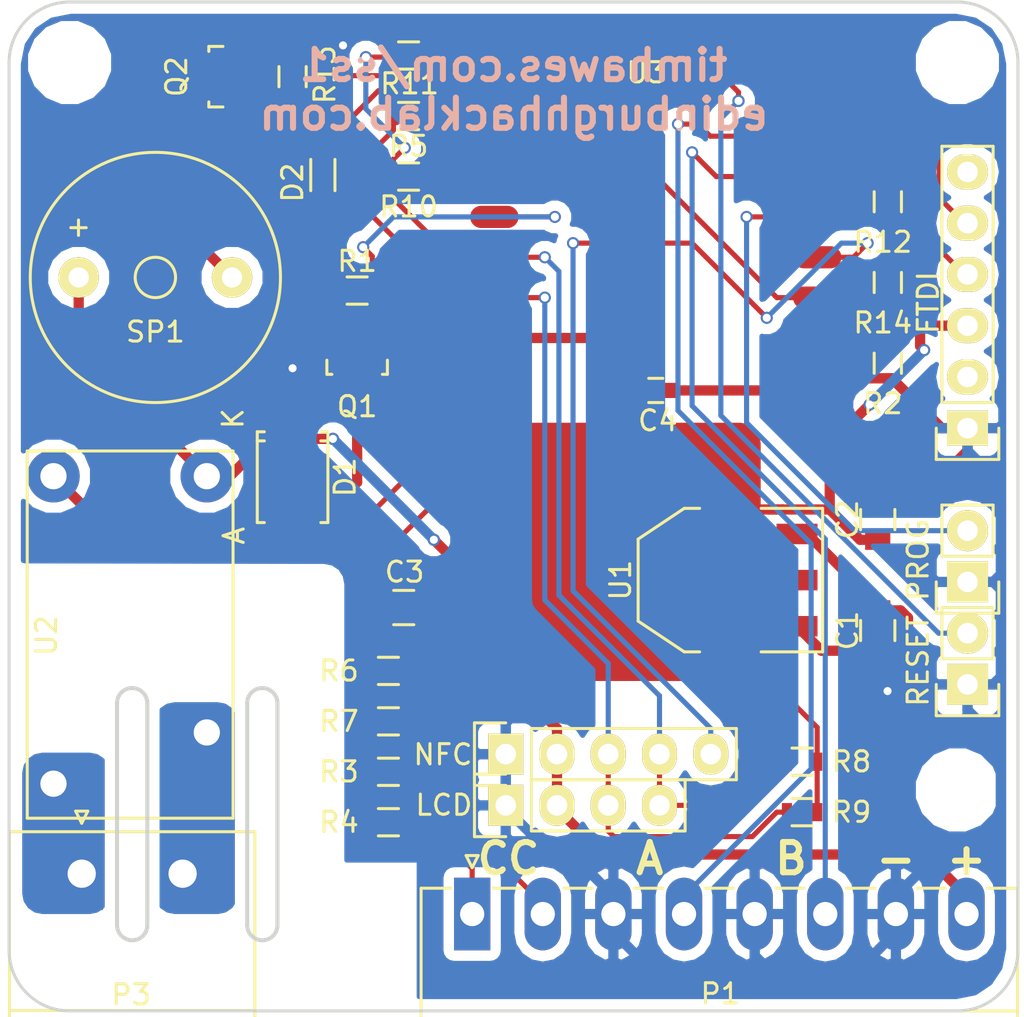
<source format=kicad_pcb>
(kicad_pcb (version 4) (host pcbnew 4.0.4-stable)

  (general
    (links 76)
    (no_connects 0)
    (area 60.374999 56.274999 110.525001 106.425001)
    (thickness 1.6)
    (drawings 22)
    (tracks 330)
    (zones 0)
    (modules 37)
    (nets 23)
  )

  (page A4)
  (layers
    (0 F.Cu signal hide)
    (31 B.Cu signal)
    (32 B.Adhes user)
    (33 F.Adhes user)
    (34 B.Paste user)
    (35 F.Paste user)
    (36 B.SilkS user)
    (37 F.SilkS user)
    (38 B.Mask user)
    (39 F.Mask user)
    (40 Dwgs.User user)
    (41 Cmts.User user)
    (42 Eco1.User user)
    (43 Eco2.User user)
    (44 Edge.Cuts user)
    (45 Margin user)
    (46 B.CrtYd user)
    (47 F.CrtYd user)
    (48 B.Fab user)
    (49 F.Fab user)
  )

  (setup
    (last_trace_width 0.254)
    (user_trace_width 3)
    (trace_clearance 0.254)
    (zone_clearance 0.508)
    (zone_45_only yes)
    (trace_min 0.1524)
    (segment_width 0.2)
    (edge_width 0.2)
    (via_size 0.6096)
    (via_drill 0.4)
    (via_min_size 0.3048)
    (via_min_drill 0.3048)
    (uvia_size 0.3)
    (uvia_drill 0.1)
    (uvias_allowed no)
    (uvia_min_size 0.2)
    (uvia_min_drill 0.1)
    (pcb_text_width 0.3)
    (pcb_text_size 1.5 1.5)
    (mod_edge_width 0.15)
    (mod_text_size 1 1)
    (mod_text_width 0.15)
    (pad_size 3.6576 2.032)
    (pad_drill 0)
    (pad_to_mask_clearance 0.13)
    (solder_mask_min_width 0.1)
    (aux_axis_origin 0 0)
    (visible_elements FFFFFF7F)
    (pcbplotparams
      (layerselection 0x010f0_80000001)
      (usegerberextensions true)
      (excludeedgelayer true)
      (linewidth 0.100000)
      (plotframeref false)
      (viasonmask false)
      (mode 1)
      (useauxorigin false)
      (hpglpennumber 1)
      (hpglpenspeed 20)
      (hpglpendiameter 15)
      (hpglpenoverlay 2)
      (psnegative false)
      (psa4output false)
      (plotreference true)
      (plotvalue true)
      (plotinvisibletext false)
      (padsonsilk false)
      (subtractmaskfromsilk false)
      (outputformat 1)
      (mirror false)
      (drillshape 0)
      (scaleselection 1)
      (outputdirectory output/))
  )

  (net 0 "")
  (net 1 +5V)
  (net 2 GND)
  (net 3 +3V3)
  (net 4 "Net-(D1-Pad2)")
  (net 5 ADC)
  (net 6 SDA)
  (net 7 SCL)
  (net 8 "Net-(P3-Pad1)")
  (net 9 "Net-(P3-Pad2)")
  (net 10 PN532_RESET)
  (net 11 RX)
  (net 12 TX)
  (net 13 RESET)
  (net 14 GPIO0)
  (net 15 RELAY)
  (net 16 BUZZER)
  (net 17 "Net-(Q2-Pad3)")
  (net 18 "Net-(R10-Pad2)")
  (net 19 BUTTON_A)
  (net 20 BUTTON_B)
  (net 21 CURRENT_B)
  (net 22 CURRENT_A)

  (net_class Default "This is the default net class."
    (clearance 0.254)
    (trace_width 0.254)
    (via_dia 0.6096)
    (via_drill 0.4)
    (uvia_dia 0.3)
    (uvia_drill 0.1)
    (add_net +3V3)
    (add_net ADC)
    (add_net BUTTON_A)
    (add_net BUTTON_B)
    (add_net BUZZER)
    (add_net CURRENT_A)
    (add_net CURRENT_B)
    (add_net GND)
    (add_net GPIO0)
    (add_net "Net-(D1-Pad2)")
    (add_net "Net-(P3-Pad1)")
    (add_net "Net-(P3-Pad2)")
    (add_net "Net-(Q2-Pad3)")
    (add_net "Net-(R10-Pad2)")
    (add_net PN532_RESET)
    (add_net RELAY)
    (add_net RESET)
    (add_net RX)
    (add_net SCL)
    (add_net SDA)
    (add_net TX)
  )

  (net_class Power ""
    (clearance 0.254)
    (trace_width 0.508)
    (via_dia 0.6096)
    (via_drill 0.4)
    (uvia_dia 0.3)
    (uvia_drill 0.1)
    (add_net +5V)
  )

  (module TO_SOT_Packages_SMD:SOT-23 (layer F.Cu) (tedit 553634F8) (tstamp 58099CC3)
    (at 77.7 74.15076 180)
    (descr "SOT-23, Standard")
    (tags SOT-23)
    (path /5803FAE2)
    (attr smd)
    (fp_text reference Q1 (at 0 -2.25 180) (layer F.SilkS)
      (effects (font (size 1 1) (thickness 0.15)))
    )
    (fp_text value Q_NMOS_GSD (at 0 2.3 180) (layer F.Fab)
      (effects (font (size 1 1) (thickness 0.15)))
    )
    (fp_line (start -1.65 -1.6) (end 1.65 -1.6) (layer F.CrtYd) (width 0.05))
    (fp_line (start 1.65 -1.6) (end 1.65 1.6) (layer F.CrtYd) (width 0.05))
    (fp_line (start 1.65 1.6) (end -1.65 1.6) (layer F.CrtYd) (width 0.05))
    (fp_line (start -1.65 1.6) (end -1.65 -1.6) (layer F.CrtYd) (width 0.05))
    (fp_line (start 1.29916 -0.65024) (end 1.2509 -0.65024) (layer F.SilkS) (width 0.15))
    (fp_line (start -1.49982 0.0508) (end -1.49982 -0.65024) (layer F.SilkS) (width 0.15))
    (fp_line (start -1.49982 -0.65024) (end -1.2509 -0.65024) (layer F.SilkS) (width 0.15))
    (fp_line (start 1.29916 -0.65024) (end 1.49982 -0.65024) (layer F.SilkS) (width 0.15))
    (fp_line (start 1.49982 -0.65024) (end 1.49982 0.0508) (layer F.SilkS) (width 0.15))
    (pad 1 smd rect (at -0.95 1.00076 180) (size 0.8001 0.8001) (layers F.Cu F.Paste F.Mask)
      (net 15 RELAY))
    (pad 2 smd rect (at 0.95 1.00076 180) (size 0.8001 0.8001) (layers F.Cu F.Paste F.Mask)
      (net 2 GND))
    (pad 3 smd rect (at 0 -0.99822 180) (size 0.8001 0.8001) (layers F.Cu F.Paste F.Mask)
      (net 4 "Net-(D1-Pad2)"))
    (model TO_SOT_Packages_SMD.3dshapes/SOT-23.wrl
      (at (xyz 0 0 0))
      (scale (xyz 1 1 1))
      (rotate (xyz 0 0 0))
    )
  )

  (module Connectors_Phoenix:PhoenixContact_MC-G_08x3.50mm_Angled (layer F.Cu) (tedit 5816851D) (tstamp 580917EA)
    (at 83.4 101.55)
    (descr "Generic Phoenix Contact connector footprint for series: MC-G; number of pins: 08; pin pitch: 3.50mm; Angled || order number: 1844278 8A 160V")
    (tags "phoenix_contact connector MC_01x08_G_3.5mm")
    (path /5809402B)
    (fp_text reference P1 (at 12.3 3.95) (layer F.SilkS)
      (effects (font (size 1 1) (thickness 0.15)))
    )
    (fp_text value CURRENT/BUTTONS/DC (at 13.1 2.65) (layer F.SilkS) hide
      (effects (font (size 1 1) (thickness 0.15)))
    )
    (fp_line (start -2.53 -1.28) (end -2.53 8.08) (layer F.SilkS) (width 0.15))
    (fp_line (start -2.53 8.08) (end 27.03 8.08) (layer F.SilkS) (width 0.15))
    (fp_line (start 27.03 8.08) (end 27.03 -1.28) (layer F.SilkS) (width 0.15))
    (fp_line (start -2.53 -1.28) (end -1.05 -1.28) (layer F.SilkS) (width 0.15))
    (fp_line (start 27.03 -1.28) (end 25.55 -1.28) (layer F.SilkS) (width 0.15))
    (fp_line (start 1.05 -1.28) (end 2.45 -1.28) (layer F.SilkS) (width 0.15))
    (fp_line (start 4.55 -1.28) (end 5.95 -1.28) (layer F.SilkS) (width 0.15))
    (fp_line (start 8.05 -1.28) (end 9.45 -1.28) (layer F.SilkS) (width 0.15))
    (fp_line (start 11.55 -1.28) (end 12.95 -1.28) (layer F.SilkS) (width 0.15))
    (fp_line (start 15.05 -1.28) (end 16.45 -1.28) (layer F.SilkS) (width 0.15))
    (fp_line (start 18.55 -1.28) (end 19.95 -1.28) (layer F.SilkS) (width 0.15))
    (fp_line (start 22.05 -1.28) (end 23.45 -1.28) (layer F.SilkS) (width 0.15))
    (fp_line (start -2.53 4.8) (end 27.03 4.8) (layer F.SilkS) (width 0.15))
    (fp_line (start -3.05 -2.3) (end -3.05 8.5) (layer F.CrtYd) (width 0.05))
    (fp_line (start -3.05 8.5) (end 27.45 8.5) (layer F.CrtYd) (width 0.05))
    (fp_line (start 27.45 8.5) (end 27.45 -2.3) (layer F.CrtYd) (width 0.05))
    (fp_line (start 27.45 -2.3) (end -3.05 -2.3) (layer F.CrtYd) (width 0.05))
    (fp_line (start 0 -2.3) (end 0.3 -2.9) (layer F.SilkS) (width 0.15))
    (fp_line (start 0.3 -2.9) (end -0.3 -2.9) (layer F.SilkS) (width 0.15))
    (fp_line (start -0.3 -2.9) (end 0 -2.3) (layer F.SilkS) (width 0.15))
    (pad 1 thru_hole rect (at 0 0) (size 1.8 3.6) (drill 1.2) (layers *.Cu *.Mask)
      (net 22 CURRENT_A))
    (pad 2 thru_hole oval (at 3.5 0) (size 1.8 3.6) (drill 1.2) (layers *.Cu *.Mask)
      (net 21 CURRENT_B))
    (pad 3 thru_hole oval (at 7 0) (size 1.8 3.6) (drill 1.2) (layers *.Cu *.Mask)
      (net 2 GND))
    (pad 4 thru_hole oval (at 10.5 0) (size 1.8 3.6) (drill 1.2) (layers *.Cu *.Mask)
      (net 19 BUTTON_A))
    (pad 5 thru_hole oval (at 14 0) (size 1.8 3.6) (drill 1.2) (layers *.Cu *.Mask)
      (net 2 GND))
    (pad 6 thru_hole oval (at 17.5 0) (size 1.8 3.6) (drill 1.2) (layers *.Cu *.Mask)
      (net 20 BUTTON_B))
    (pad 7 thru_hole oval (at 21 0) (size 1.8 3.6) (drill 1.2) (layers *.Cu *.Mask)
      (net 2 GND))
    (pad 8 thru_hole oval (at 24.5 0) (size 1.8 3.6) (drill 1.2) (layers *.Cu *.Mask)
      (net 1 +5V))
    (model Connectors_Phoenix.3dshapes/PhoenixContact_MC-G_08x3.50mm_Angled.wrl
      (at (xyz 0 0 0))
      (scale (xyz 1 1 1))
      (rotate (xyz 0 0 0))
    )
  )

  (module timhawes:TE_OJ_RELAY (layer F.Cu) (tedit 580938A4) (tstamp 58093CEB)
    (at 66.45 87.7 270)
    (path /580934B4)
    (fp_text reference U2 (at 0.05 4.15 270) (layer F.SilkS)
      (effects (font (size 1 1) (thickness 0.15)))
    )
    (fp_text value RELAY (at 0 7.75 270) (layer F.Fab)
      (effects (font (size 1 1) (thickness 0.15)))
    )
    (fp_line (start -9.1 -5.1) (end 9.1 -5.1) (layer F.SilkS) (width 0.15))
    (fp_line (start 9.1 -5.1) (end 9.1 5.1) (layer F.SilkS) (width 0.15))
    (fp_line (start 9.1 5.1) (end -9.1 5.1) (layer F.SilkS) (width 0.15))
    (fp_line (start -9.1 -5.1) (end -9.1 5.1) (layer F.SilkS) (width 0.15))
    (pad 1 thru_hole circle (at -7.85 -3.8 270) (size 2.6 2.6) (drill 1.3) (layers *.Cu *.Mask)
      (net 1 +5V))
    (pad 2 thru_hole circle (at -7.85 3.8 270) (size 2.6 2.6) (drill 1.3) (layers *.Cu *.Mask)
      (net 4 "Net-(D1-Pad2)"))
    (pad 3 thru_hole circle (at 7.39 3.8 270) (size 2.6 2.6) (drill 1.3) (layers *.Cu *.Mask)
      (net 8 "Net-(P3-Pad1)"))
    (pad 4 thru_hole circle (at 4.85 -3.8 270) (size 2.6 2.6) (drill 1.3) (layers *.Cu *.Mask)
      (net 9 "Net-(P3-Pad2)"))
  )

  (module timhawes:MountingHole_M3+ (layer F.Cu) (tedit 5658441D) (tstamp 580D20D4)
    (at 107.45 95.4)
    (descr "Mounting hole, Befestigungsbohrung, 2,5mm, No Annular, Kein Restring,")
    (tags "Mounting hole, Befestigungsbohrung, 2,5mm, No Annular, Kein Restring,")
    (fp_text reference REF** (at 0 -3.9624) (layer F.SilkS) hide
      (effects (font (size 1 1) (thickness 0.15)))
    )
    (fp_text value "MountingHole M3+" (at 0.0254 4.0894) (layer F.Fab)
      (effects (font (size 1 1) (thickness 0.15)))
    )
    (fp_circle (center 0 0) (end 3 0) (layer F.Fab) (width 0.15))
    (pad "" np_thru_hole circle (at 0 0) (size 3.1 3.1) (drill 3.1) (layers *.Cu))
  )

  (module Capacitors_SMD:C_0805 (layer F.Cu) (tedit 5415D6EA) (tstamp 58099BA7)
    (at 103.5 87.5 270)
    (descr "Capacitor SMD 0805, reflow soldering, AVX (see smccp.pdf)")
    (tags "capacitor 0805")
    (path /57FC2A51)
    (attr smd)
    (fp_text reference C1 (at 0 1.5 270) (layer F.SilkS)
      (effects (font (size 1 1) (thickness 0.15)))
    )
    (fp_text value 10uF (at 0 2.1 270) (layer F.Fab)
      (effects (font (size 1 1) (thickness 0.15)))
    )
    (fp_line (start -1.8 -1) (end 1.8 -1) (layer F.CrtYd) (width 0.05))
    (fp_line (start -1.8 1) (end 1.8 1) (layer F.CrtYd) (width 0.05))
    (fp_line (start -1.8 -1) (end -1.8 1) (layer F.CrtYd) (width 0.05))
    (fp_line (start 1.8 -1) (end 1.8 1) (layer F.CrtYd) (width 0.05))
    (fp_line (start 0.5 -0.85) (end -0.5 -0.85) (layer F.SilkS) (width 0.15))
    (fp_line (start -0.5 0.85) (end 0.5 0.85) (layer F.SilkS) (width 0.15))
    (pad 1 smd rect (at -1 0 270) (size 1 1.25) (layers F.Cu F.Paste F.Mask)
      (net 1 +5V))
    (pad 2 smd rect (at 1 0 270) (size 1 1.25) (layers F.Cu F.Paste F.Mask)
      (net 2 GND))
    (model Capacitors_SMD.3dshapes/C_0805.wrl
      (at (xyz 0 0 0))
      (scale (xyz 1 1 1))
      (rotate (xyz 0 0 0))
    )
  )

  (module Capacitors_SMD:C_0805 (layer F.Cu) (tedit 5415D6EA) (tstamp 58099BB3)
    (at 103.5 82 90)
    (descr "Capacitor SMD 0805, reflow soldering, AVX (see smccp.pdf)")
    (tags "capacitor 0805")
    (path /57FC2AD4)
    (attr smd)
    (fp_text reference C2 (at 0 -1.5 90) (layer F.SilkS)
      (effects (font (size 1 1) (thickness 0.15)))
    )
    (fp_text value 10uF (at 0 2.1 90) (layer F.Fab)
      (effects (font (size 1 1) (thickness 0.15)))
    )
    (fp_line (start -1.8 -1) (end 1.8 -1) (layer F.CrtYd) (width 0.05))
    (fp_line (start -1.8 1) (end 1.8 1) (layer F.CrtYd) (width 0.05))
    (fp_line (start -1.8 -1) (end -1.8 1) (layer F.CrtYd) (width 0.05))
    (fp_line (start 1.8 -1) (end 1.8 1) (layer F.CrtYd) (width 0.05))
    (fp_line (start 0.5 -0.85) (end -0.5 -0.85) (layer F.SilkS) (width 0.15))
    (fp_line (start -0.5 0.85) (end 0.5 0.85) (layer F.SilkS) (width 0.15))
    (pad 1 smd rect (at -1 0 90) (size 1 1.25) (layers F.Cu F.Paste F.Mask)
      (net 3 +3V3))
    (pad 2 smd rect (at 1 0 90) (size 1 1.25) (layers F.Cu F.Paste F.Mask)
      (net 2 GND))
    (model Capacitors_SMD.3dshapes/C_0805.wrl
      (at (xyz 0 0 0))
      (scale (xyz 1 1 1))
      (rotate (xyz 0 0 0))
    )
  )

  (module Capacitors_SMD:C_0805 (layer F.Cu) (tedit 5415D6EA) (tstamp 58099BBF)
    (at 80.01 86.36)
    (descr "Capacitor SMD 0805, reflow soldering, AVX (see smccp.pdf)")
    (tags "capacitor 0805")
    (path /5804A083)
    (attr smd)
    (fp_text reference C3 (at 0.04 -1.76) (layer F.SilkS)
      (effects (font (size 1 1) (thickness 0.15)))
    )
    (fp_text value 10uF (at 0 2.1) (layer F.Fab)
      (effects (font (size 1 1) (thickness 0.15)))
    )
    (fp_line (start -1.8 -1) (end 1.8 -1) (layer F.CrtYd) (width 0.05))
    (fp_line (start -1.8 1) (end 1.8 1) (layer F.CrtYd) (width 0.05))
    (fp_line (start -1.8 -1) (end -1.8 1) (layer F.CrtYd) (width 0.05))
    (fp_line (start 1.8 -1) (end 1.8 1) (layer F.CrtYd) (width 0.05))
    (fp_line (start 0.5 -0.85) (end -0.5 -0.85) (layer F.SilkS) (width 0.15))
    (fp_line (start -0.5 0.85) (end 0.5 0.85) (layer F.SilkS) (width 0.15))
    (pad 1 smd rect (at -1 0) (size 1 1.25) (layers F.Cu F.Paste F.Mask)
      (net 21 CURRENT_B))
    (pad 2 smd rect (at 1 0) (size 1 1.25) (layers F.Cu F.Paste F.Mask)
      (net 2 GND))
    (model Capacitors_SMD.3dshapes/C_0805.wrl
      (at (xyz 0 0 0))
      (scale (xyz 1 1 1))
      (rotate (xyz 0 0 0))
    )
  )

  (module Capacitors_SMD:C_0603 (layer F.Cu) (tedit 5415D631) (tstamp 58099BCB)
    (at 92.5 75.6)
    (descr "Capacitor SMD 0603, reflow soldering, AVX (see smccp.pdf)")
    (tags "capacitor 0603")
    (path /5803C365)
    (attr smd)
    (fp_text reference C4 (at 0.1 1.5) (layer F.SilkS)
      (effects (font (size 1 1) (thickness 0.15)))
    )
    (fp_text value 0.1uF (at 0 1.9) (layer F.Fab)
      (effects (font (size 1 1) (thickness 0.15)))
    )
    (fp_line (start -1.45 -0.75) (end 1.45 -0.75) (layer F.CrtYd) (width 0.05))
    (fp_line (start -1.45 0.75) (end 1.45 0.75) (layer F.CrtYd) (width 0.05))
    (fp_line (start -1.45 -0.75) (end -1.45 0.75) (layer F.CrtYd) (width 0.05))
    (fp_line (start 1.45 -0.75) (end 1.45 0.75) (layer F.CrtYd) (width 0.05))
    (fp_line (start -0.35 -0.6) (end 0.35 -0.6) (layer F.SilkS) (width 0.15))
    (fp_line (start 0.35 0.6) (end -0.35 0.6) (layer F.SilkS) (width 0.15))
    (pad 1 smd rect (at -0.75 0) (size 0.8 0.75) (layers F.Cu F.Paste F.Mask)
      (net 3 +3V3))
    (pad 2 smd rect (at 0.75 0) (size 0.8 0.75) (layers F.Cu F.Paste F.Mask)
      (net 2 GND))
    (model Capacitors_SMD.3dshapes/C_0603.wrl
      (at (xyz 0 0 0))
      (scale (xyz 1 1 1))
      (rotate (xyz 0 0 0))
    )
  )

  (module Diodes_SMD:SMA_Standard (layer F.Cu) (tedit 552FF239) (tstamp 58099BE0)
    (at 74.5 79.89898 270)
    (descr "Diode SMA")
    (tags "Diode SMA")
    (path /58040539)
    (attr smd)
    (fp_text reference D1 (at 0 -2.6 270) (layer F.SilkS)
      (effects (font (size 1 1) (thickness 0.15)))
    )
    (fp_text value D (at 0 4.3 270) (layer F.Fab)
      (effects (font (size 1 1) (thickness 0.15)))
    )
    (fp_line (start -3.5 -2) (end 3.5 -2) (layer F.CrtYd) (width 0.05))
    (fp_line (start 3.5 -2) (end 3.5 2) (layer F.CrtYd) (width 0.05))
    (fp_line (start 3.5 2) (end -3.5 2) (layer F.CrtYd) (width 0.05))
    (fp_line (start -3.5 2) (end -3.5 -2) (layer F.CrtYd) (width 0.05))
    (fp_text user K (at -2.9 2.95 270) (layer F.SilkS)
      (effects (font (size 1 1) (thickness 0.15)))
    )
    (fp_text user A (at 2.9 2.9 270) (layer F.SilkS)
      (effects (font (size 1 1) (thickness 0.15)))
    )
    (fp_circle (center 0 0) (end 0.20066 -0.0508) (layer F.Adhes) (width 0.381))
    (fp_line (start -1.79914 1.75006) (end -1.79914 1.39954) (layer F.SilkS) (width 0.15))
    (fp_line (start -1.79914 -1.75006) (end -1.79914 -1.39954) (layer F.SilkS) (width 0.15))
    (fp_line (start 2.25044 1.75006) (end 2.25044 1.39954) (layer F.SilkS) (width 0.15))
    (fp_line (start -2.25044 1.75006) (end -2.25044 1.39954) (layer F.SilkS) (width 0.15))
    (fp_line (start -2.25044 -1.75006) (end -2.25044 -1.39954) (layer F.SilkS) (width 0.15))
    (fp_line (start 2.25044 -1.75006) (end 2.25044 -1.39954) (layer F.SilkS) (width 0.15))
    (fp_line (start -2.25044 1.75006) (end 2.25044 1.75006) (layer F.SilkS) (width 0.15))
    (fp_line (start -2.25044 -1.75006) (end 2.25044 -1.75006) (layer F.SilkS) (width 0.15))
    (pad 1 smd rect (at -1.99898 0 270) (size 2.49936 1.80086) (layers F.Cu F.Paste F.Mask)
      (net 1 +5V))
    (pad 2 smd rect (at 1.99898 0 270) (size 2.49936 1.80086) (layers F.Cu F.Paste F.Mask)
      (net 4 "Net-(D1-Pad2)"))
    (model Diodes_SMD.3dshapes/SMA_Standard.wrl
      (at (xyz 0 0 0))
      (scale (xyz 0.3937 0.3937 0.3937))
      (rotate (xyz 0 0 180))
    )
  )

  (module Diodes_SMD:SOD-523 (layer F.Cu) (tedit 0) (tstamp 58099BE8)
    (at 76 65.3 90)
    (descr "http://www.diodes.com/datasheets/ap02001.pdf p.144")
    (tags "Diode SOD523")
    (path /5804DD94)
    (attr smd)
    (fp_text reference D2 (at 0 -1.5 90) (layer F.SilkS)
      (effects (font (size 1 1) (thickness 0.15)))
    )
    (fp_text value ESD5Z3.3T1G (at 0 1.7 90) (layer F.Fab)
      (effects (font (size 1 1) (thickness 0.15)))
    )
    (fp_line (start -0.4 0.6) (end 1.15 0.6) (layer F.SilkS) (width 0.15))
    (fp_line (start -0.4 -0.6) (end 1.15 -0.6) (layer F.SilkS) (width 0.15))
    (pad 2 smd rect (at -0.7 0 90) (size 0.6 0.7) (layers F.Cu F.Paste F.Mask)
      (net 2 GND))
    (pad 1 smd rect (at 0.7 0 90) (size 0.6 0.7) (layers F.Cu F.Paste F.Mask)
      (net 5 ADC))
  )

  (module Pin_Headers:Pin_Header_Straight_1x04 (layer F.Cu) (tedit 58160AA4) (tstamp 58099C57)
    (at 85.0646 96.1644 90)
    (descr "Through hole pin header")
    (tags "pin header")
    (path /57FC24E0)
    (fp_text reference P2 (at 0 -2.6646 180) (layer F.SilkS) hide
      (effects (font (size 1 1) (thickness 0.15)))
    )
    (fp_text value LCD (at 0.0144 -3.0646 180) (layer F.SilkS)
      (effects (font (size 1 1) (thickness 0.15)))
    )
    (fp_line (start -1.75 -1.75) (end -1.75 9.4) (layer F.CrtYd) (width 0.05))
    (fp_line (start 1.75 -1.75) (end 1.75 9.4) (layer F.CrtYd) (width 0.05))
    (fp_line (start -1.75 -1.75) (end 1.75 -1.75) (layer F.CrtYd) (width 0.05))
    (fp_line (start -1.75 9.4) (end 1.75 9.4) (layer F.CrtYd) (width 0.05))
    (fp_line (start -1.27 1.27) (end -1.27 8.89) (layer F.SilkS) (width 0.15))
    (fp_line (start 1.27 1.27) (end 1.27 8.89) (layer F.SilkS) (width 0.15))
    (fp_line (start 1.55 -1.55) (end 1.55 0) (layer F.SilkS) (width 0.15))
    (fp_line (start -1.27 8.89) (end 1.27 8.89) (layer F.SilkS) (width 0.15))
    (fp_line (start 1.27 1.27) (end -1.27 1.27) (layer F.SilkS) (width 0.15))
    (fp_line (start -1.55 0) (end -1.55 -1.55) (layer F.SilkS) (width 0.15))
    (fp_line (start -1.55 -1.55) (end 1.55 -1.55) (layer F.SilkS) (width 0.15))
    (pad 1 thru_hole rect (at 0 0 90) (size 2.032 1.7272) (drill 1.016) (layers *.Cu *.Mask F.SilkS)
      (net 2 GND))
    (pad 2 thru_hole oval (at 0 2.54 90) (size 2.032 1.7272) (drill 1.016) (layers *.Cu *.Mask F.SilkS)
      (net 1 +5V))
    (pad 3 thru_hole oval (at 0 5.08 90) (size 2.032 1.7272) (drill 1.016) (layers *.Cu *.Mask F.SilkS)
      (net 6 SDA))
    (pad 4 thru_hole oval (at 0 7.62 90) (size 2.032 1.7272) (drill 1.016) (layers *.Cu *.Mask F.SilkS)
      (net 7 SCL))
    (model Pin_Headers.3dshapes/Pin_Header_Straight_1x04.wrl
      (at (xyz 0 -0.15 0))
      (scale (xyz 1 1 1))
      (rotate (xyz 0 0 90))
    )
  )

  (module Pin_Headers:Pin_Header_Straight_1x05 (layer F.Cu) (tedit 58160AA0) (tstamp 58099C7C)
    (at 85.0646 93.6244 90)
    (descr "Through hole pin header")
    (tags "pin header")
    (path /57FC256D)
    (fp_text reference P4 (at 0 -2.6646 180) (layer F.SilkS) hide
      (effects (font (size 1 1) (thickness 0.15)))
    )
    (fp_text value NFC (at -0.0256 -3.1146 180) (layer F.SilkS)
      (effects (font (size 1 1) (thickness 0.15)))
    )
    (fp_line (start -1.55 0) (end -1.55 -1.55) (layer F.SilkS) (width 0.15))
    (fp_line (start -1.55 -1.55) (end 1.55 -1.55) (layer F.SilkS) (width 0.15))
    (fp_line (start 1.55 -1.55) (end 1.55 0) (layer F.SilkS) (width 0.15))
    (fp_line (start -1.75 -1.75) (end -1.75 11.95) (layer F.CrtYd) (width 0.05))
    (fp_line (start 1.75 -1.75) (end 1.75 11.95) (layer F.CrtYd) (width 0.05))
    (fp_line (start -1.75 -1.75) (end 1.75 -1.75) (layer F.CrtYd) (width 0.05))
    (fp_line (start -1.75 11.95) (end 1.75 11.95) (layer F.CrtYd) (width 0.05))
    (fp_line (start 1.27 1.27) (end 1.27 11.43) (layer F.SilkS) (width 0.15))
    (fp_line (start 1.27 11.43) (end -1.27 11.43) (layer F.SilkS) (width 0.15))
    (fp_line (start -1.27 11.43) (end -1.27 1.27) (layer F.SilkS) (width 0.15))
    (fp_line (start 1.27 1.27) (end -1.27 1.27) (layer F.SilkS) (width 0.15))
    (pad 1 thru_hole rect (at 0 0 90) (size 2.032 1.7272) (drill 1.016) (layers *.Cu *.Mask F.SilkS)
      (net 2 GND))
    (pad 2 thru_hole oval (at 0 2.54 90) (size 2.032 1.7272) (drill 1.016) (layers *.Cu *.Mask F.SilkS)
      (net 1 +5V))
    (pad 3 thru_hole oval (at 0 5.08 90) (size 2.032 1.7272) (drill 1.016) (layers *.Cu *.Mask F.SilkS)
      (net 6 SDA))
    (pad 4 thru_hole oval (at 0 7.62 90) (size 2.032 1.7272) (drill 1.016) (layers *.Cu *.Mask F.SilkS)
      (net 7 SCL))
    (pad 5 thru_hole oval (at 0 10.16 90) (size 2.032 1.7272) (drill 1.016) (layers *.Cu *.Mask F.SilkS)
      (net 10 PN532_RESET))
    (model Pin_Headers.3dshapes/Pin_Header_Straight_1x05.wrl
      (at (xyz 0 -0.2 0))
      (scale (xyz 1 1 1))
      (rotate (xyz 0 0 90))
    )
  )

  (module Pin_Headers:Pin_Header_Straight_1x06 (layer F.Cu) (tedit 58160A6A) (tstamp 58099C91)
    (at 107.95 77.47 180)
    (descr "Through hole pin header")
    (tags "pin header")
    (path /57FC2615)
    (fp_text reference P5 (at -0.05 -2.03 180) (layer F.SilkS) hide
      (effects (font (size 1 1) (thickness 0.15)))
    )
    (fp_text value FTDI (at 1.95 6.22 270) (layer F.SilkS)
      (effects (font (size 1 1) (thickness 0.15)))
    )
    (fp_line (start -1.75 -1.75) (end -1.75 14.45) (layer F.CrtYd) (width 0.05))
    (fp_line (start 1.75 -1.75) (end 1.75 14.45) (layer F.CrtYd) (width 0.05))
    (fp_line (start -1.75 -1.75) (end 1.75 -1.75) (layer F.CrtYd) (width 0.05))
    (fp_line (start -1.75 14.45) (end 1.75 14.45) (layer F.CrtYd) (width 0.05))
    (fp_line (start 1.27 1.27) (end 1.27 13.97) (layer F.SilkS) (width 0.15))
    (fp_line (start 1.27 13.97) (end -1.27 13.97) (layer F.SilkS) (width 0.15))
    (fp_line (start -1.27 13.97) (end -1.27 1.27) (layer F.SilkS) (width 0.15))
    (fp_line (start 1.55 -1.55) (end 1.55 0) (layer F.SilkS) (width 0.15))
    (fp_line (start 1.27 1.27) (end -1.27 1.27) (layer F.SilkS) (width 0.15))
    (fp_line (start -1.55 0) (end -1.55 -1.55) (layer F.SilkS) (width 0.15))
    (fp_line (start -1.55 -1.55) (end 1.55 -1.55) (layer F.SilkS) (width 0.15))
    (pad 1 thru_hole rect (at 0 0 180) (size 2.032 1.7272) (drill 1.016) (layers *.Cu *.Mask F.SilkS)
      (net 2 GND))
    (pad 2 thru_hole oval (at 0 2.54 180) (size 2.032 1.7272) (drill 1.016) (layers *.Cu *.Mask F.SilkS))
    (pad 3 thru_hole oval (at 0 5.08 180) (size 2.032 1.7272) (drill 1.016) (layers *.Cu *.Mask F.SilkS)
      (net 3 +3V3))
    (pad 4 thru_hole oval (at 0 7.62 180) (size 2.032 1.7272) (drill 1.016) (layers *.Cu *.Mask F.SilkS)
      (net 11 RX))
    (pad 5 thru_hole oval (at 0 10.16 180) (size 2.032 1.7272) (drill 1.016) (layers *.Cu *.Mask F.SilkS)
      (net 12 TX))
    (pad 6 thru_hole oval (at 0 12.7 180) (size 2.032 1.7272) (drill 1.016) (layers *.Cu *.Mask F.SilkS))
    (model Pin_Headers.3dshapes/Pin_Header_Straight_1x06.wrl
      (at (xyz 0 -0.25 0))
      (scale (xyz 1 1 1))
      (rotate (xyz 0 0 90))
    )
  )

  (module Pin_Headers:Pin_Header_Straight_1x02 (layer F.Cu) (tedit 58160A60) (tstamp 58099CA2)
    (at 107.95 90.17 180)
    (descr "Through hole pin header")
    (tags "pin header")
    (path /57FC26A9)
    (fp_text reference P6 (at -0.05 -1.83 180) (layer F.SilkS) hide
      (effects (font (size 1 1) (thickness 0.15)))
    )
    (fp_text value RESET (at 2.45 1.17 270) (layer F.SilkS)
      (effects (font (size 1 1) (thickness 0.15)))
    )
    (fp_line (start 1.27 1.27) (end 1.27 3.81) (layer F.SilkS) (width 0.15))
    (fp_line (start 1.55 -1.55) (end 1.55 0) (layer F.SilkS) (width 0.15))
    (fp_line (start -1.75 -1.75) (end -1.75 4.3) (layer F.CrtYd) (width 0.05))
    (fp_line (start 1.75 -1.75) (end 1.75 4.3) (layer F.CrtYd) (width 0.05))
    (fp_line (start -1.75 -1.75) (end 1.75 -1.75) (layer F.CrtYd) (width 0.05))
    (fp_line (start -1.75 4.3) (end 1.75 4.3) (layer F.CrtYd) (width 0.05))
    (fp_line (start 1.27 1.27) (end -1.27 1.27) (layer F.SilkS) (width 0.15))
    (fp_line (start -1.55 0) (end -1.55 -1.55) (layer F.SilkS) (width 0.15))
    (fp_line (start -1.55 -1.55) (end 1.55 -1.55) (layer F.SilkS) (width 0.15))
    (fp_line (start -1.27 1.27) (end -1.27 3.81) (layer F.SilkS) (width 0.15))
    (fp_line (start -1.27 3.81) (end 1.27 3.81) (layer F.SilkS) (width 0.15))
    (pad 1 thru_hole rect (at 0 0 180) (size 2.032 2.032) (drill 1.016) (layers *.Cu *.Mask F.SilkS)
      (net 2 GND))
    (pad 2 thru_hole oval (at 0 2.54 180) (size 2.032 2.032) (drill 1.016) (layers *.Cu *.Mask F.SilkS)
      (net 13 RESET))
    (model Pin_Headers.3dshapes/Pin_Header_Straight_1x02.wrl
      (at (xyz 0 -0.05 0))
      (scale (xyz 1 1 1))
      (rotate (xyz 0 0 90))
    )
  )

  (module Pin_Headers:Pin_Header_Straight_1x02 (layer F.Cu) (tedit 58160A59) (tstamp 58099CB3)
    (at 107.95 85.09 180)
    (descr "Through hole pin header")
    (tags "pin header")
    (path /58041B51)
    (fp_text reference P7 (at -0.05 4.59 180) (layer F.SilkS) hide
      (effects (font (size 1 1) (thickness 0.15)))
    )
    (fp_text value PROG (at 2.45 1.09 270) (layer F.SilkS)
      (effects (font (size 1 1) (thickness 0.15)))
    )
    (fp_line (start 1.27 1.27) (end 1.27 3.81) (layer F.SilkS) (width 0.15))
    (fp_line (start 1.55 -1.55) (end 1.55 0) (layer F.SilkS) (width 0.15))
    (fp_line (start -1.75 -1.75) (end -1.75 4.3) (layer F.CrtYd) (width 0.05))
    (fp_line (start 1.75 -1.75) (end 1.75 4.3) (layer F.CrtYd) (width 0.05))
    (fp_line (start -1.75 -1.75) (end 1.75 -1.75) (layer F.CrtYd) (width 0.05))
    (fp_line (start -1.75 4.3) (end 1.75 4.3) (layer F.CrtYd) (width 0.05))
    (fp_line (start 1.27 1.27) (end -1.27 1.27) (layer F.SilkS) (width 0.15))
    (fp_line (start -1.55 0) (end -1.55 -1.55) (layer F.SilkS) (width 0.15))
    (fp_line (start -1.55 -1.55) (end 1.55 -1.55) (layer F.SilkS) (width 0.15))
    (fp_line (start -1.27 1.27) (end -1.27 3.81) (layer F.SilkS) (width 0.15))
    (fp_line (start -1.27 3.81) (end 1.27 3.81) (layer F.SilkS) (width 0.15))
    (pad 1 thru_hole rect (at 0 0 180) (size 2.032 2.032) (drill 1.016) (layers *.Cu *.Mask F.SilkS)
      (net 2 GND))
    (pad 2 thru_hole oval (at 0 2.54 180) (size 2.032 2.032) (drill 1.016) (layers *.Cu *.Mask F.SilkS)
      (net 14 GPIO0))
    (model Pin_Headers.3dshapes/Pin_Header_Straight_1x02.wrl
      (at (xyz 0 -0.05 0))
      (scale (xyz 1 1 1))
      (rotate (xyz 0 0 90))
    )
  )

  (module TO_SOT_Packages_SMD:SOT-23 (layer F.Cu) (tedit 553634F8) (tstamp 58099CD3)
    (at 70.99924 60.05 90)
    (descr "SOT-23, Standard")
    (tags SOT-23)
    (path /58042B64)
    (attr smd)
    (fp_text reference Q2 (at 0 -2.25 90) (layer F.SilkS)
      (effects (font (size 1 1) (thickness 0.15)))
    )
    (fp_text value Q_NMOS_GSD (at 0 2.3 90) (layer F.Fab)
      (effects (font (size 1 1) (thickness 0.15)))
    )
    (fp_line (start -1.65 -1.6) (end 1.65 -1.6) (layer F.CrtYd) (width 0.05))
    (fp_line (start 1.65 -1.6) (end 1.65 1.6) (layer F.CrtYd) (width 0.05))
    (fp_line (start 1.65 1.6) (end -1.65 1.6) (layer F.CrtYd) (width 0.05))
    (fp_line (start -1.65 1.6) (end -1.65 -1.6) (layer F.CrtYd) (width 0.05))
    (fp_line (start 1.29916 -0.65024) (end 1.2509 -0.65024) (layer F.SilkS) (width 0.15))
    (fp_line (start -1.49982 0.0508) (end -1.49982 -0.65024) (layer F.SilkS) (width 0.15))
    (fp_line (start -1.49982 -0.65024) (end -1.2509 -0.65024) (layer F.SilkS) (width 0.15))
    (fp_line (start 1.29916 -0.65024) (end 1.49982 -0.65024) (layer F.SilkS) (width 0.15))
    (fp_line (start 1.49982 -0.65024) (end 1.49982 0.0508) (layer F.SilkS) (width 0.15))
    (pad 1 smd rect (at -0.95 1.00076 90) (size 0.8001 0.8001) (layers F.Cu F.Paste F.Mask)
      (net 16 BUZZER))
    (pad 2 smd rect (at 0.95 1.00076 90) (size 0.8001 0.8001) (layers F.Cu F.Paste F.Mask)
      (net 2 GND))
    (pad 3 smd rect (at 0 -0.99822 90) (size 0.8001 0.8001) (layers F.Cu F.Paste F.Mask)
      (net 17 "Net-(Q2-Pad3)"))
    (model TO_SOT_Packages_SMD.3dshapes/SOT-23.wrl
      (at (xyz 0 0 0))
      (scale (xyz 1 1 1))
      (rotate (xyz 0 0 0))
    )
  )

  (module Resistors_SMD:R_0603 (layer F.Cu) (tedit 5415CC62) (tstamp 58099CDF)
    (at 77.7 70.65 180)
    (descr "Resistor SMD 0603, reflow soldering, Vishay (see dcrcw.pdf)")
    (tags "resistor 0603")
    (path /5803FBF4)
    (attr smd)
    (fp_text reference R1 (at 0 1.45 180) (layer F.SilkS)
      (effects (font (size 1 1) (thickness 0.15)))
    )
    (fp_text value 10K (at 0 1.9 180) (layer F.Fab)
      (effects (font (size 1 1) (thickness 0.15)))
    )
    (fp_line (start -1.3 -0.8) (end 1.3 -0.8) (layer F.CrtYd) (width 0.05))
    (fp_line (start -1.3 0.8) (end 1.3 0.8) (layer F.CrtYd) (width 0.05))
    (fp_line (start -1.3 -0.8) (end -1.3 0.8) (layer F.CrtYd) (width 0.05))
    (fp_line (start 1.3 -0.8) (end 1.3 0.8) (layer F.CrtYd) (width 0.05))
    (fp_line (start 0.5 0.675) (end -0.5 0.675) (layer F.SilkS) (width 0.15))
    (fp_line (start -0.5 -0.675) (end 0.5 -0.675) (layer F.SilkS) (width 0.15))
    (pad 1 smd rect (at -0.75 0 180) (size 0.5 0.9) (layers F.Cu F.Paste F.Mask)
      (net 15 RELAY))
    (pad 2 smd rect (at 0.75 0 180) (size 0.5 0.9) (layers F.Cu F.Paste F.Mask)
      (net 2 GND))
    (model Resistors_SMD.3dshapes/R_0603.wrl
      (at (xyz 0 0 0))
      (scale (xyz 1 1 1))
      (rotate (xyz 0 0 0))
    )
  )

  (module Resistors_SMD:R_0603 (layer F.Cu) (tedit 5415CC62) (tstamp 58099CEB)
    (at 104 74.25 270)
    (descr "Resistor SMD 0603, reflow soldering, Vishay (see dcrcw.pdf)")
    (tags "resistor 0603")
    (path /580430FD)
    (attr smd)
    (fp_text reference R2 (at 2 0.25 360) (layer F.SilkS)
      (effects (font (size 1 1) (thickness 0.15)))
    )
    (fp_text value 10K (at 0 1.9 270) (layer F.Fab)
      (effects (font (size 1 1) (thickness 0.15)))
    )
    (fp_line (start -1.3 -0.8) (end 1.3 -0.8) (layer F.CrtYd) (width 0.05))
    (fp_line (start -1.3 0.8) (end 1.3 0.8) (layer F.CrtYd) (width 0.05))
    (fp_line (start -1.3 -0.8) (end -1.3 0.8) (layer F.CrtYd) (width 0.05))
    (fp_line (start 1.3 -0.8) (end 1.3 0.8) (layer F.CrtYd) (width 0.05))
    (fp_line (start 0.5 0.675) (end -0.5 0.675) (layer F.SilkS) (width 0.15))
    (fp_line (start -0.5 -0.675) (end 0.5 -0.675) (layer F.SilkS) (width 0.15))
    (pad 1 smd rect (at -0.75 0 270) (size 0.5 0.9) (layers F.Cu F.Paste F.Mask)
      (net 16 BUZZER))
    (pad 2 smd rect (at 0.75 0 270) (size 0.5 0.9) (layers F.Cu F.Paste F.Mask)
      (net 2 GND))
    (model Resistors_SMD.3dshapes/R_0603.wrl
      (at (xyz 0 0 0))
      (scale (xyz 1 1 1))
      (rotate (xyz 0 0 0))
    )
  )

  (module Resistors_SMD:R_0603 (layer F.Cu) (tedit 5415CC62) (tstamp 58099CF7)
    (at 79.25 94.5)
    (descr "Resistor SMD 0603, reflow soldering, Vishay (see dcrcw.pdf)")
    (tags "resistor 0603")
    (path /5804C3FD)
    (attr smd)
    (fp_text reference R3 (at -2.45 0) (layer F.SilkS)
      (effects (font (size 1 1) (thickness 0.15)))
    )
    (fp_text value 22R (at 0 1.9) (layer F.Fab)
      (effects (font (size 1 1) (thickness 0.15)))
    )
    (fp_line (start -1.3 -0.8) (end 1.3 -0.8) (layer F.CrtYd) (width 0.05))
    (fp_line (start -1.3 0.8) (end 1.3 0.8) (layer F.CrtYd) (width 0.05))
    (fp_line (start -1.3 -0.8) (end -1.3 0.8) (layer F.CrtYd) (width 0.05))
    (fp_line (start 1.3 -0.8) (end 1.3 0.8) (layer F.CrtYd) (width 0.05))
    (fp_line (start 0.5 0.675) (end -0.5 0.675) (layer F.SilkS) (width 0.15))
    (fp_line (start -0.5 -0.675) (end 0.5 -0.675) (layer F.SilkS) (width 0.15))
    (pad 1 smd rect (at -0.75 0) (size 0.5 0.9) (layers F.Cu F.Paste F.Mask)
      (net 22 CURRENT_A))
    (pad 2 smd rect (at 0.75 0) (size 0.5 0.9) (layers F.Cu F.Paste F.Mask)
      (net 21 CURRENT_B))
    (model Resistors_SMD.3dshapes/R_0603.wrl
      (at (xyz 0 0 0))
      (scale (xyz 1 1 1))
      (rotate (xyz 0 0 0))
    )
  )

  (module Resistors_SMD:R_0603 (layer F.Cu) (tedit 5415CC62) (tstamp 58099D03)
    (at 79.25 97)
    (descr "Resistor SMD 0603, reflow soldering, Vishay (see dcrcw.pdf)")
    (tags "resistor 0603")
    (path /580486FD)
    (attr smd)
    (fp_text reference R4 (at -2.45 0 180) (layer F.SilkS)
      (effects (font (size 1 1) (thickness 0.15)))
    )
    (fp_text value 22R (at 0 1.9) (layer F.Fab)
      (effects (font (size 1 1) (thickness 0.15)))
    )
    (fp_line (start -1.3 -0.8) (end 1.3 -0.8) (layer F.CrtYd) (width 0.05))
    (fp_line (start -1.3 0.8) (end 1.3 0.8) (layer F.CrtYd) (width 0.05))
    (fp_line (start -1.3 -0.8) (end -1.3 0.8) (layer F.CrtYd) (width 0.05))
    (fp_line (start 1.3 -0.8) (end 1.3 0.8) (layer F.CrtYd) (width 0.05))
    (fp_line (start 0.5 0.675) (end -0.5 0.675) (layer F.SilkS) (width 0.15))
    (fp_line (start -0.5 -0.675) (end 0.5 -0.675) (layer F.SilkS) (width 0.15))
    (pad 1 smd rect (at -0.75 0) (size 0.5 0.9) (layers F.Cu F.Paste F.Mask)
      (net 22 CURRENT_A))
    (pad 2 smd rect (at 0.75 0) (size 0.5 0.9) (layers F.Cu F.Paste F.Mask)
      (net 21 CURRENT_B))
    (model Resistors_SMD.3dshapes/R_0603.wrl
      (at (xyz 0 0 0))
      (scale (xyz 1 1 1))
      (rotate (xyz 0 0 0))
    )
  )

  (module Resistors_SMD:R_0603 (layer F.Cu) (tedit 5415CC62) (tstamp 58099D0F)
    (at 80.25 62 180)
    (descr "Resistor SMD 0603, reflow soldering, Vishay (see dcrcw.pdf)")
    (tags "resistor 0603")
    (path /5804EC31)
    (attr smd)
    (fp_text reference R5 (at 0 -1.5 180) (layer F.SilkS)
      (effects (font (size 1 1) (thickness 0.15)))
    )
    (fp_text value 1K (at 0 1.9 180) (layer F.Fab)
      (effects (font (size 1 1) (thickness 0.15)))
    )
    (fp_line (start -1.3 -0.8) (end 1.3 -0.8) (layer F.CrtYd) (width 0.05))
    (fp_line (start -1.3 0.8) (end 1.3 0.8) (layer F.CrtYd) (width 0.05))
    (fp_line (start -1.3 -0.8) (end -1.3 0.8) (layer F.CrtYd) (width 0.05))
    (fp_line (start 1.3 -0.8) (end 1.3 0.8) (layer F.CrtYd) (width 0.05))
    (fp_line (start 0.5 0.675) (end -0.5 0.675) (layer F.SilkS) (width 0.15))
    (fp_line (start -0.5 -0.675) (end 0.5 -0.675) (layer F.SilkS) (width 0.15))
    (pad 1 smd rect (at -0.75 0 180) (size 0.5 0.9) (layers F.Cu F.Paste F.Mask)
      (net 5 ADC))
    (pad 2 smd rect (at 0.75 0 180) (size 0.5 0.9) (layers F.Cu F.Paste F.Mask)
      (net 22 CURRENT_A))
    (model Resistors_SMD.3dshapes/R_0603.wrl
      (at (xyz 0 0 0))
      (scale (xyz 1 1 1))
      (rotate (xyz 0 0 0))
    )
  )

  (module Resistors_SMD:R_0603 (layer F.Cu) (tedit 5415CC62) (tstamp 58099D1B)
    (at 79.25 89.5 180)
    (descr "Resistor SMD 0603, reflow soldering, Vishay (see dcrcw.pdf)")
    (tags "resistor 0603")
    (path /5804890B)
    (attr smd)
    (fp_text reference R6 (at 2.45 0 180) (layer F.SilkS)
      (effects (font (size 1 1) (thickness 0.15)))
    )
    (fp_text value 56K (at 0 1.9 180) (layer F.Fab)
      (effects (font (size 1 1) (thickness 0.15)))
    )
    (fp_line (start -1.3 -0.8) (end 1.3 -0.8) (layer F.CrtYd) (width 0.05))
    (fp_line (start -1.3 0.8) (end 1.3 0.8) (layer F.CrtYd) (width 0.05))
    (fp_line (start -1.3 -0.8) (end -1.3 0.8) (layer F.CrtYd) (width 0.05))
    (fp_line (start 1.3 -0.8) (end 1.3 0.8) (layer F.CrtYd) (width 0.05))
    (fp_line (start 0.5 0.675) (end -0.5 0.675) (layer F.SilkS) (width 0.15))
    (fp_line (start -0.5 -0.675) (end 0.5 -0.675) (layer F.SilkS) (width 0.15))
    (pad 1 smd rect (at -0.75 0 180) (size 0.5 0.9) (layers F.Cu F.Paste F.Mask)
      (net 3 +3V3))
    (pad 2 smd rect (at 0.75 0 180) (size 0.5 0.9) (layers F.Cu F.Paste F.Mask)
      (net 21 CURRENT_B))
    (model Resistors_SMD.3dshapes/R_0603.wrl
      (at (xyz 0 0 0))
      (scale (xyz 1 1 1))
      (rotate (xyz 0 0 0))
    )
  )

  (module Resistors_SMD:R_0603 (layer F.Cu) (tedit 5415CC62) (tstamp 58099D27)
    (at 79.25 92)
    (descr "Resistor SMD 0603, reflow soldering, Vishay (see dcrcw.pdf)")
    (tags "resistor 0603")
    (path /5804888A)
    (attr smd)
    (fp_text reference R7 (at -2.45 0) (layer F.SilkS)
      (effects (font (size 1 1) (thickness 0.15)))
    )
    (fp_text value 10K (at 0 1.9) (layer F.Fab)
      (effects (font (size 1 1) (thickness 0.15)))
    )
    (fp_line (start -1.3 -0.8) (end 1.3 -0.8) (layer F.CrtYd) (width 0.05))
    (fp_line (start -1.3 0.8) (end 1.3 0.8) (layer F.CrtYd) (width 0.05))
    (fp_line (start -1.3 -0.8) (end -1.3 0.8) (layer F.CrtYd) (width 0.05))
    (fp_line (start 1.3 -0.8) (end 1.3 0.8) (layer F.CrtYd) (width 0.05))
    (fp_line (start 0.5 0.675) (end -0.5 0.675) (layer F.SilkS) (width 0.15))
    (fp_line (start -0.5 -0.675) (end 0.5 -0.675) (layer F.SilkS) (width 0.15))
    (pad 1 smd rect (at -0.75 0) (size 0.5 0.9) (layers F.Cu F.Paste F.Mask)
      (net 21 CURRENT_B))
    (pad 2 smd rect (at 0.75 0) (size 0.5 0.9) (layers F.Cu F.Paste F.Mask)
      (net 2 GND))
    (model Resistors_SMD.3dshapes/R_0603.wrl
      (at (xyz 0 0 0))
      (scale (xyz 1 1 1))
      (rotate (xyz 0 0 0))
    )
  )

  (module Resistors_SMD:R_0603 (layer F.Cu) (tedit 5415CC62) (tstamp 58099D33)
    (at 99.75 94 180)
    (descr "Resistor SMD 0603, reflow soldering, Vishay (see dcrcw.pdf)")
    (tags "resistor 0603")
    (path /58047725)
    (attr smd)
    (fp_text reference R8 (at -2.45 0 180) (layer F.SilkS)
      (effects (font (size 1 1) (thickness 0.15)))
    )
    (fp_text value 2K2 (at 0 1.9 180) (layer F.Fab)
      (effects (font (size 1 1) (thickness 0.15)))
    )
    (fp_line (start -1.3 -0.8) (end 1.3 -0.8) (layer F.CrtYd) (width 0.05))
    (fp_line (start -1.3 0.8) (end 1.3 0.8) (layer F.CrtYd) (width 0.05))
    (fp_line (start -1.3 -0.8) (end -1.3 0.8) (layer F.CrtYd) (width 0.05))
    (fp_line (start 1.3 -0.8) (end 1.3 0.8) (layer F.CrtYd) (width 0.05))
    (fp_line (start 0.5 0.675) (end -0.5 0.675) (layer F.SilkS) (width 0.15))
    (fp_line (start -0.5 -0.675) (end 0.5 -0.675) (layer F.SilkS) (width 0.15))
    (pad 1 smd rect (at -0.75 0 180) (size 0.5 0.9) (layers F.Cu F.Paste F.Mask)
      (net 3 +3V3))
    (pad 2 smd rect (at 0.75 0 180) (size 0.5 0.9) (layers F.Cu F.Paste F.Mask)
      (net 7 SCL))
    (model Resistors_SMD.3dshapes/R_0603.wrl
      (at (xyz 0 0 0))
      (scale (xyz 1 1 1))
      (rotate (xyz 0 0 0))
    )
  )

  (module Resistors_SMD:R_0603 (layer F.Cu) (tedit 5415CC62) (tstamp 58099D3F)
    (at 99.75 96.5 180)
    (descr "Resistor SMD 0603, reflow soldering, Vishay (see dcrcw.pdf)")
    (tags "resistor 0603")
    (path /580476A8)
    (attr smd)
    (fp_text reference R9 (at -2.45 0 180) (layer F.SilkS)
      (effects (font (size 1 1) (thickness 0.15)))
    )
    (fp_text value 2K2 (at 0 1.9 180) (layer F.Fab)
      (effects (font (size 1 1) (thickness 0.15)))
    )
    (fp_line (start -1.3 -0.8) (end 1.3 -0.8) (layer F.CrtYd) (width 0.05))
    (fp_line (start -1.3 0.8) (end 1.3 0.8) (layer F.CrtYd) (width 0.05))
    (fp_line (start -1.3 -0.8) (end -1.3 0.8) (layer F.CrtYd) (width 0.05))
    (fp_line (start 1.3 -0.8) (end 1.3 0.8) (layer F.CrtYd) (width 0.05))
    (fp_line (start 0.5 0.675) (end -0.5 0.675) (layer F.SilkS) (width 0.15))
    (fp_line (start -0.5 -0.675) (end 0.5 -0.675) (layer F.SilkS) (width 0.15))
    (pad 1 smd rect (at -0.75 0 180) (size 0.5 0.9) (layers F.Cu F.Paste F.Mask)
      (net 3 +3V3))
    (pad 2 smd rect (at 0.75 0 180) (size 0.5 0.9) (layers F.Cu F.Paste F.Mask)
      (net 6 SDA))
    (model Resistors_SMD.3dshapes/R_0603.wrl
      (at (xyz 0 0 0))
      (scale (xyz 1 1 1))
      (rotate (xyz 0 0 0))
    )
  )

  (module Resistors_SMD:R_0603 (layer F.Cu) (tedit 5415CC62) (tstamp 58099D4B)
    (at 80.25 65)
    (descr "Resistor SMD 0603, reflow soldering, Vishay (see dcrcw.pdf)")
    (tags "resistor 0603")
    (path /5803B792)
    (attr smd)
    (fp_text reference R10 (at 0 1.5) (layer F.SilkS)
      (effects (font (size 1 1) (thickness 0.15)))
    )
    (fp_text value 10K (at 0 1.9) (layer F.Fab)
      (effects (font (size 1 1) (thickness 0.15)))
    )
    (fp_line (start -1.3 -0.8) (end 1.3 -0.8) (layer F.CrtYd) (width 0.05))
    (fp_line (start -1.3 0.8) (end 1.3 0.8) (layer F.CrtYd) (width 0.05))
    (fp_line (start -1.3 -0.8) (end -1.3 0.8) (layer F.CrtYd) (width 0.05))
    (fp_line (start 1.3 -0.8) (end 1.3 0.8) (layer F.CrtYd) (width 0.05))
    (fp_line (start 0.5 0.675) (end -0.5 0.675) (layer F.SilkS) (width 0.15))
    (fp_line (start -0.5 -0.675) (end 0.5 -0.675) (layer F.SilkS) (width 0.15))
    (pad 1 smd rect (at -0.75 0) (size 0.5 0.9) (layers F.Cu F.Paste F.Mask)
      (net 3 +3V3))
    (pad 2 smd rect (at 0.75 0) (size 0.5 0.9) (layers F.Cu F.Paste F.Mask)
      (net 18 "Net-(R10-Pad2)"))
    (model Resistors_SMD.3dshapes/R_0603.wrl
      (at (xyz 0 0 0))
      (scale (xyz 1 1 1))
      (rotate (xyz 0 0 0))
    )
  )

  (module Resistors_SMD:R_0603 (layer F.Cu) (tedit 5415CC62) (tstamp 58099D57)
    (at 80.25 59)
    (descr "Resistor SMD 0603, reflow soldering, Vishay (see dcrcw.pdf)")
    (tags "resistor 0603")
    (path /5803B973)
    (attr smd)
    (fp_text reference R11 (at 0.05 1.4) (layer F.SilkS)
      (effects (font (size 1 1) (thickness 0.15)))
    )
    (fp_text value 10K (at 0 1.9) (layer F.Fab)
      (effects (font (size 1 1) (thickness 0.15)))
    )
    (fp_line (start -1.3 -0.8) (end 1.3 -0.8) (layer F.CrtYd) (width 0.05))
    (fp_line (start -1.3 0.8) (end 1.3 0.8) (layer F.CrtYd) (width 0.05))
    (fp_line (start -1.3 -0.8) (end -1.3 0.8) (layer F.CrtYd) (width 0.05))
    (fp_line (start 1.3 -0.8) (end 1.3 0.8) (layer F.CrtYd) (width 0.05))
    (fp_line (start 0.5 0.675) (end -0.5 0.675) (layer F.SilkS) (width 0.15))
    (fp_line (start -0.5 -0.675) (end 0.5 -0.675) (layer F.SilkS) (width 0.15))
    (pad 1 smd rect (at -0.75 0) (size 0.5 0.9) (layers F.Cu F.Paste F.Mask)
      (net 3 +3V3))
    (pad 2 smd rect (at 0.75 0) (size 0.5 0.9) (layers F.Cu F.Paste F.Mask)
      (net 13 RESET))
    (model Resistors_SMD.3dshapes/R_0603.wrl
      (at (xyz 0 0 0))
      (scale (xyz 1 1 1))
      (rotate (xyz 0 0 0))
    )
  )

  (module Resistors_SMD:R_0603 (layer F.Cu) (tedit 5415CC62) (tstamp 58099D63)
    (at 104 66.25 90)
    (descr "Resistor SMD 0603, reflow soldering, Vishay (see dcrcw.pdf)")
    (tags "resistor 0603")
    (path /5803B9AA)
    (attr smd)
    (fp_text reference R12 (at -2 -0.25 180) (layer F.SilkS)
      (effects (font (size 1 1) (thickness 0.15)))
    )
    (fp_text value 10K (at 0 1.9 90) (layer F.Fab)
      (effects (font (size 1 1) (thickness 0.15)))
    )
    (fp_line (start -1.3 -0.8) (end 1.3 -0.8) (layer F.CrtYd) (width 0.05))
    (fp_line (start -1.3 0.8) (end 1.3 0.8) (layer F.CrtYd) (width 0.05))
    (fp_line (start -1.3 -0.8) (end -1.3 0.8) (layer F.CrtYd) (width 0.05))
    (fp_line (start 1.3 -0.8) (end 1.3 0.8) (layer F.CrtYd) (width 0.05))
    (fp_line (start 0.5 0.675) (end -0.5 0.675) (layer F.SilkS) (width 0.15))
    (fp_line (start -0.5 -0.675) (end 0.5 -0.675) (layer F.SilkS) (width 0.15))
    (pad 1 smd rect (at -0.75 0 90) (size 0.5 0.9) (layers F.Cu F.Paste F.Mask)
      (net 3 +3V3))
    (pad 2 smd rect (at 0.75 0 90) (size 0.5 0.9) (layers F.Cu F.Paste F.Mask)
      (net 14 GPIO0))
    (model Resistors_SMD.3dshapes/R_0603.wrl
      (at (xyz 0 0 0))
      (scale (xyz 1 1 1))
      (rotate (xyz 0 0 0))
    )
  )

  (module Resistors_SMD:R_0603 (layer F.Cu) (tedit 5415CC62) (tstamp 58099D6F)
    (at 74.5 60.05 90)
    (descr "Resistor SMD 0603, reflow soldering, Vishay (see dcrcw.pdf)")
    (tags "resistor 0603")
    (path /5803BD15)
    (attr smd)
    (fp_text reference R13 (at 0.1 1.6 90) (layer F.SilkS)
      (effects (font (size 1 1) (thickness 0.15)))
    )
    (fp_text value 10K (at 0 1.9 90) (layer F.Fab)
      (effects (font (size 1 1) (thickness 0.15)))
    )
    (fp_line (start -1.3 -0.8) (end 1.3 -0.8) (layer F.CrtYd) (width 0.05))
    (fp_line (start -1.3 0.8) (end 1.3 0.8) (layer F.CrtYd) (width 0.05))
    (fp_line (start -1.3 -0.8) (end -1.3 0.8) (layer F.CrtYd) (width 0.05))
    (fp_line (start 1.3 -0.8) (end 1.3 0.8) (layer F.CrtYd) (width 0.05))
    (fp_line (start 0.5 0.675) (end -0.5 0.675) (layer F.SilkS) (width 0.15))
    (fp_line (start -0.5 -0.675) (end 0.5 -0.675) (layer F.SilkS) (width 0.15))
    (pad 1 smd rect (at -0.75 0 90) (size 0.5 0.9) (layers F.Cu F.Paste F.Mask)
      (net 16 BUZZER))
    (pad 2 smd rect (at 0.75 0 90) (size 0.5 0.9) (layers F.Cu F.Paste F.Mask)
      (net 2 GND))
    (model Resistors_SMD.3dshapes/R_0603.wrl
      (at (xyz 0 0 0))
      (scale (xyz 1 1 1))
      (rotate (xyz 0 0 0))
    )
  )

  (module Resistors_SMD:R_0603 (layer F.Cu) (tedit 5415CC62) (tstamp 58099D7B)
    (at 104 70.25 90)
    (descr "Resistor SMD 0603, reflow soldering, Vishay (see dcrcw.pdf)")
    (tags "resistor 0603")
    (path /5803BA3F)
    (attr smd)
    (fp_text reference R14 (at -2 -0.25 180) (layer F.SilkS)
      (effects (font (size 1 1) (thickness 0.15)))
    )
    (fp_text value 10K (at 0 1.9 90) (layer F.Fab)
      (effects (font (size 1 1) (thickness 0.15)))
    )
    (fp_line (start -1.3 -0.8) (end 1.3 -0.8) (layer F.CrtYd) (width 0.05))
    (fp_line (start -1.3 0.8) (end 1.3 0.8) (layer F.CrtYd) (width 0.05))
    (fp_line (start -1.3 -0.8) (end -1.3 0.8) (layer F.CrtYd) (width 0.05))
    (fp_line (start 1.3 -0.8) (end 1.3 0.8) (layer F.CrtYd) (width 0.05))
    (fp_line (start 0.5 0.675) (end -0.5 0.675) (layer F.SilkS) (width 0.15))
    (fp_line (start -0.5 -0.675) (end 0.5 -0.675) (layer F.SilkS) (width 0.15))
    (pad 1 smd rect (at -0.75 0 90) (size 0.5 0.9) (layers F.Cu F.Paste F.Mask)
      (net 3 +3V3))
    (pad 2 smd rect (at 0.75 0 90) (size 0.5 0.9) (layers F.Cu F.Paste F.Mask)
      (net 10 PN532_RESET))
    (model Resistors_SMD.3dshapes/R_0603.wrl
      (at (xyz 0 0 0))
      (scale (xyz 1 1 1))
      (rotate (xyz 0 0 0))
    )
  )

  (module Buzzers_Beepers:Buzzer_12x9.5RM7.6 (layer F.Cu) (tedit 544E361A) (tstamp 58099D84)
    (at 67.70016 70)
    (descr "Generic Buzzer, D12mm height 9.5mm with RM7.6mm")
    (tags buzzer)
    (path /58042C11)
    (fp_text reference SP1 (at 0 2.7) (layer F.SilkS)
      (effects (font (size 1 1) (thickness 0.15)))
    )
    (fp_text value SPEAKER (at -1.00076 8.001) (layer F.Fab)
      (effects (font (size 1 1) (thickness 0.15)))
    )
    (fp_circle (center 0 0) (end 1.00076 0) (layer F.SilkS) (width 0.15))
    (fp_text user + (at -3.81 -2.54) (layer F.SilkS)
      (effects (font (size 1 1) (thickness 0.15)))
    )
    (fp_circle (center 0 0) (end 6.20014 0) (layer F.SilkS) (width 0.15))
    (pad 1 thru_hole circle (at -3.79984 0) (size 2 2) (drill 1.00076) (layers *.Cu *.Mask F.SilkS)
      (net 1 +5V))
    (pad 2 thru_hole circle (at 3.79984 0) (size 2 2) (drill 1.00076) (layers *.Cu *.Mask F.SilkS)
      (net 17 "Net-(Q2-Pad3)"))
    (model Buzzers_Beepers.3dshapes/Buzzer_12x9.5RM7.6.wrl
      (at (xyz 0 0 0))
      (scale (xyz 4 4 4))
      (rotate (xyz 0 0 0))
    )
  )

  (module TO_SOT_Packages_SMD:SOT-223 (layer F.Cu) (tedit 5815F9E3) (tstamp 58099DB6)
    (at 96.198 85 90)
    (descr "module CMS SOT223 4 pins")
    (tags "CMS SOT")
    (path /57FC2A06)
    (attr smd)
    (fp_text reference U1 (at 0 -5.448 90) (layer F.SilkS)
      (effects (font (size 1 1) (thickness 0.15)))
    )
    (fp_text value NCP1117ST33T3G (at 0 0.762 90) (layer F.Fab)
      (effects (font (size 1 1) (thickness 0.15)))
    )
    (fp_line (start -3.556 1.524) (end -3.556 4.572) (layer F.SilkS) (width 0.15))
    (fp_line (start -3.556 4.572) (end 3.556 4.572) (layer F.SilkS) (width 0.15))
    (fp_line (start 3.556 4.572) (end 3.556 1.524) (layer F.SilkS) (width 0.15))
    (fp_line (start -3.556 -1.524) (end -3.556 -2.286) (layer F.SilkS) (width 0.15))
    (fp_line (start -3.556 -2.286) (end -2.032 -4.572) (layer F.SilkS) (width 0.15))
    (fp_line (start -2.032 -4.572) (end 2.032 -4.572) (layer F.SilkS) (width 0.15))
    (fp_line (start 2.032 -4.572) (end 3.556 -2.286) (layer F.SilkS) (width 0.15))
    (fp_line (start 3.556 -2.286) (end 3.556 -1.524) (layer F.SilkS) (width 0.15))
    (pad 4 smd rect (at 0 -3.302 90) (size 3.6576 2.032) (layers F.Cu F.Paste F.Mask)
      (net 3 +3V3))
    (pad 2 smd rect (at 0 3.302 90) (size 1.016 2.032) (layers F.Cu F.Paste F.Mask)
      (net 3 +3V3))
    (pad 3 smd rect (at 2.286 3.302 90) (size 1.016 2.032) (layers F.Cu F.Paste F.Mask)
      (net 1 +5V))
    (pad 1 smd rect (at -2.286 3.302 90) (size 1.016 2.032) (layers F.Cu F.Paste F.Mask)
      (net 2 GND))
    (model TO_SOT_Packages_SMD.3dshapes/SOT-223.wrl
      (at (xyz 0 0 0))
      (scale (xyz 0.4 0.4 0.4))
      (rotate (xyz 0 0 0))
    )
  )

  (module timhawes:ESP-12 (layer F.Cu) (tedit 563FD035) (tstamp 58099DF7)
    (at 84.5 59)
    (descr "Module, ESP-8266, ESP-12, 16 pad, SMD")
    (tags "Module ESP-8266 ESP8266")
    (path /57FC2372)
    (fp_text reference U3 (at 7.55 0.85) (layer F.SilkS)
      (effects (font (size 1 1) (thickness 0.15)))
    )
    (fp_text value ESP-12 (at 8 1) (layer F.Fab)
      (effects (font (size 1 1) (thickness 0.15)))
    )
    (fp_line (start 16 -8.4) (end 0 -2.6) (layer F.CrtYd) (width 0.1524))
    (fp_line (start 0 -8.4) (end 16 -2.6) (layer F.CrtYd) (width 0.1524))
    (fp_text user "No Copper" (at 7.9 -5.4) (layer F.CrtYd)
      (effects (font (size 1 1) (thickness 0.15)))
    )
    (fp_line (start 0 -8.4) (end 0 -2.6) (layer F.CrtYd) (width 0.1524))
    (fp_line (start 0 -2.6) (end 16 -2.6) (layer F.CrtYd) (width 0.1524))
    (fp_line (start 16 -2.6) (end 16 -8.4) (layer F.CrtYd) (width 0.1524))
    (fp_line (start 16 -8.4) (end 0 -8.4) (layer F.CrtYd) (width 0.1524))
    (fp_line (start 16 -8.4) (end 16 15.6) (layer F.Fab) (width 0.1524))
    (fp_line (start 16 15.6) (end 0 15.6) (layer F.Fab) (width 0.1524))
    (fp_line (start 0 15.6) (end 0 -8.4) (layer F.Fab) (width 0.1524))
    (fp_line (start 0 -8.4) (end 16 -8.4) (layer F.Fab) (width 0.1524))
    (pad 1 smd rect (at 0 0) (size 2.4 1.1) (layers F.Cu F.Paste F.Mask)
      (net 13 RESET))
    (pad 2 smd oval (at 0 2) (size 2.4 1.1) (layers F.Cu F.Paste F.Mask)
      (net 5 ADC))
    (pad 3 smd oval (at 0 4) (size 2.4 1.1) (layers F.Cu F.Paste F.Mask)
      (net 18 "Net-(R10-Pad2)"))
    (pad 4 smd oval (at 0 6) (size 2.4 1.1) (layers F.Cu F.Paste F.Mask))
    (pad 5 smd oval (at 0 8) (size 2.4 1.1) (layers F.Cu F.Paste F.Mask)
      (net 15 RELAY))
    (pad 6 smd oval (at 0 10) (size 2.4 1.1) (layers F.Cu F.Paste F.Mask)
      (net 7 SCL))
    (pad 7 smd oval (at 0 12) (size 2.4 1.1) (layers F.Cu F.Paste F.Mask)
      (net 6 SDA))
    (pad 8 smd oval (at 0 14) (size 2.4 1.1) (layers F.Cu F.Paste F.Mask)
      (net 3 +3V3))
    (pad 9 smd oval (at 16 14) (size 2.4 1.1) (layers F.Cu F.Paste F.Mask)
      (net 2 GND))
    (pad 10 smd oval (at 16 12) (size 2.4 1.1) (layers F.Cu F.Paste F.Mask)
      (net 16 BUZZER))
    (pad 11 smd oval (at 16 10) (size 2.4 1.1) (layers F.Cu F.Paste F.Mask)
      (net 10 PN532_RESET))
    (pad 12 smd oval (at 16 8) (size 2.4 1.1) (layers F.Cu F.Paste F.Mask)
      (net 14 GPIO0))
    (pad 13 smd oval (at 16 6) (size 2.4 1.1) (layers F.Cu F.Paste F.Mask)
      (net 20 BUTTON_B))
    (pad 14 smd oval (at 16 4) (size 2.4 1.1) (layers F.Cu F.Paste F.Mask)
      (net 19 BUTTON_A))
    (pad 15 smd oval (at 16 2) (size 2.4 1.1) (layers F.Cu F.Paste F.Mask)
      (net 11 RX))
    (pad 16 smd oval (at 16 0) (size 2.4 1.1) (layers F.Cu F.Paste F.Mask)
      (net 12 TX))
  )

  (module Connectors_Phoenix:PhoenixContact_MSTBA-G_02x5.00mm_Angled (layer F.Cu) (tedit 5797DB0C) (tstamp 580917F5)
    (at 64.05 99.55)
    (descr "Generic Phoenix Contact connector footprint for series: MSTBA-G; number of pins: 02; pin pitch: 5.00mm; Angled || order number: 1923759 16A (HC) || order number: 1757475 12A")
    (tags "phoenix_contact connector MSTBA_01x02_G_5.00mm")
    (path /57FC28A2)
    (fp_text reference P3 (at 2.45 6) (layer F.SilkS)
      (effects (font (size 1 1) (thickness 0.15)))
    )
    (fp_text value RELAY (at 2.5 11.5) (layer F.Fab)
      (effects (font (size 1 1) (thickness 0.15)))
    )
    (fp_line (start -3.58 -2.08) (end -3.58 10.08) (layer F.SilkS) (width 0.15))
    (fp_line (start -3.58 10.08) (end 8.58 10.08) (layer F.SilkS) (width 0.15))
    (fp_line (start 8.58 10.08) (end 8.58 -2.08) (layer F.SilkS) (width 0.15))
    (fp_line (start 8.58 -2.08) (end -3.58 -2.08) (layer F.SilkS) (width 0.15))
    (fp_line (start -3.58 8.58) (end -3.58 6.78) (layer F.SilkS) (width 0.15))
    (fp_line (start -3.58 6.78) (end 8.58 6.78) (layer F.SilkS) (width 0.15))
    (fp_line (start 8.58 6.78) (end 8.58 8.58) (layer F.SilkS) (width 0.15))
    (fp_line (start 8.58 8.58) (end -3.58 8.58) (layer F.SilkS) (width 0.15))
    (fp_line (start -1 10.08) (end 1 10.08) (layer F.SilkS) (width 0.15))
    (fp_line (start 1 10.08) (end 0.75 8.58) (layer F.SilkS) (width 0.15))
    (fp_line (start 0.75 8.58) (end -0.75 8.58) (layer F.SilkS) (width 0.15))
    (fp_line (start -0.75 8.58) (end -1 10.08) (layer F.SilkS) (width 0.15))
    (fp_line (start 4 10.08) (end 6 10.08) (layer F.SilkS) (width 0.15))
    (fp_line (start 6 10.08) (end 5.75 8.58) (layer F.SilkS) (width 0.15))
    (fp_line (start 5.75 8.58) (end 4.25 8.58) (layer F.SilkS) (width 0.15))
    (fp_line (start 4.25 8.58) (end 4 10.08) (layer F.SilkS) (width 0.15))
    (fp_line (start -4 -2.5) (end -4 10.5) (layer F.CrtYd) (width 0.05))
    (fp_line (start -4 10.5) (end 9 10.5) (layer F.CrtYd) (width 0.05))
    (fp_line (start 9 10.5) (end 9 -2.5) (layer F.CrtYd) (width 0.05))
    (fp_line (start 9 -2.5) (end -4 -2.5) (layer F.CrtYd) (width 0.05))
    (fp_line (start 0 -2.5) (end 0.3 -3.1) (layer F.SilkS) (width 0.15))
    (fp_line (start 0.3 -3.1) (end -0.3 -3.1) (layer F.SilkS) (width 0.15))
    (fp_line (start -0.3 -3.1) (end 0 -2.5) (layer F.SilkS) (width 0.15))
    (pad 1 thru_hole rect (at 0 0) (size 2.1 3.6) (drill 1.4) (layers *.Cu *.Mask)
      (net 8 "Net-(P3-Pad1)"))
    (pad 2 thru_hole oval (at 5 0) (size 2.1 3.6) (drill 1.4) (layers *.Cu *.Mask)
      (net 9 "Net-(P3-Pad2)"))
    (model Connectors_Phoenix.3dshapes/PhoenixContact_MSTBA-G_02x5.00mm_Angled.wrl
      (at (xyz 0 0 0))
      (scale (xyz 1 1 1))
      (rotate (xyz 0 0 0))
    )
  )

  (module timhawes:MountingHole_M3+ (layer F.Cu) (tedit 5658441D) (tstamp 580A3042)
    (at 76.75 103.35)
    (descr "Mounting hole, Befestigungsbohrung, 2,5mm, No Annular, Kein Restring,")
    (tags "Mounting hole, Befestigungsbohrung, 2,5mm, No Annular, Kein Restring,")
    (fp_text reference REF** (at 0 -3.9624) (layer F.SilkS) hide
      (effects (font (size 1 1) (thickness 0.15)))
    )
    (fp_text value "MountingHole M3+" (at 0.0254 4.0894) (layer F.Fab)
      (effects (font (size 1 1) (thickness 0.15)))
    )
    (fp_circle (center 0 0) (end 3 0) (layer F.Fab) (width 0.15))
    (pad "" np_thru_hole circle (at 0 0) (size 3.1 3.1) (drill 3.1) (layers *.Cu))
  )

  (module timhawes:MountingHole_M3+ (layer F.Cu) (tedit 5658441D) (tstamp 580A3062)
    (at 107.45 59.35)
    (descr "Mounting hole, Befestigungsbohrung, 2,5mm, No Annular, Kein Restring,")
    (tags "Mounting hole, Befestigungsbohrung, 2,5mm, No Annular, Kein Restring,")
    (fp_text reference REF** (at 0 -3.9624) (layer F.SilkS) hide
      (effects (font (size 1 1) (thickness 0.15)))
    )
    (fp_text value "MountingHole M3+" (at 0.0254 4.0894) (layer F.Fab)
      (effects (font (size 1 1) (thickness 0.15)))
    )
    (fp_circle (center 0 0) (end 3 0) (layer F.Fab) (width 0.15))
    (pad "" np_thru_hole circle (at 0 0) (size 3.1 3.1) (drill 3.1) (layers *.Cu))
  )

  (module timhawes:MountingHole_M3+ (layer F.Cu) (tedit 5658441D) (tstamp 580A32D1)
    (at 63.45 59.35)
    (descr "Mounting hole, Befestigungsbohrung, 2,5mm, No Annular, Kein Restring,")
    (tags "Mounting hole, Befestigungsbohrung, 2,5mm, No Annular, Kein Restring,")
    (fp_text reference REF** (at 0 -3.9624) (layer F.SilkS) hide
      (effects (font (size 1 1) (thickness 0.15)))
    )
    (fp_text value "MountingHole M3+" (at 0.0254 4.0894) (layer F.Fab)
      (effects (font (size 1 1) (thickness 0.15)))
    )
    (fp_circle (center 0 0) (end 3 0) (layer F.Fab) (width 0.15))
    (pad "" np_thru_hole circle (at 0 0) (size 3.1 3.1) (drill 3.1) (layers *.Cu))
  )

  (gr_text - (at 104.4 98.8) (layer F.SilkS) (tstamp 58160DAA)
    (effects (font (size 1.5 1.5) (thickness 0.3)))
  )
  (gr_text + (at 107.9 98.8) (layer F.SilkS) (tstamp 58160DAB)
    (effects (font (size 1.5 1.5) (thickness 0.3)))
  )
  (gr_text B (at 99.2 98.8) (layer F.SilkS) (tstamp 58160DA9)
    (effects (font (size 1.5 1.5) (thickness 0.3)))
  )
  (gr_text A (at 92.2 98.8) (layer F.SilkS) (tstamp 58160DA8)
    (effects (font (size 1.5 1.5) (thickness 0.3)))
  )
  (gr_text CC (at 85.2 98.8) (layer F.SilkS)
    (effects (font (size 1.5 1.5) (thickness 0.3)))
  )
  (gr_text "timhawes.com/ss1\nedinburghhacklab.com" (at 85.45 60.7) (layer B.SilkS)
    (effects (font (size 1.5 1.5) (thickness 0.3)) (justify mirror))
  )
  (gr_arc (start 73 102.1) (end 73.75 102.1) (angle 180) (layer Edge.Cuts) (width 0.2) (tstamp 580FCFB8))
  (gr_line (start 72.25 102.1) (end 72.25 91.1) (layer Edge.Cuts) (width 0.2) (tstamp 580FCFB7))
  (gr_arc (start 73 91.1) (end 72.25 91.1) (angle 180) (layer Edge.Cuts) (width 0.2) (tstamp 580FCFB6))
  (gr_line (start 73.75 91.1) (end 73.75 102.1) (layer Edge.Cuts) (width 0.2) (tstamp 580FCFB5))
  (gr_arc (start 107.45 103.35) (end 110.45 103.35) (angle 90) (layer Edge.Cuts) (width 0.15))
  (gr_arc (start 107.45 59.35) (end 107.45 56.35) (angle 90) (layer Edge.Cuts) (width 0.15))
  (gr_arc (start 63.45 59.35) (end 60.45 59.35) (angle 90) (layer Edge.Cuts) (width 0.15))
  (gr_arc (start 63.45 103.35) (end 63.45 106.35) (angle 90) (layer Edge.Cuts) (width 0.15))
  (gr_arc (start 66.55 102.1) (end 67.3 102.1) (angle 180) (layer Edge.Cuts) (width 0.2))
  (gr_arc (start 66.55 91.1) (end 65.8 91.1) (angle 180) (layer Edge.Cuts) (width 0.2))
  (gr_line (start 67.3 91.1) (end 67.3 102.1) (layer Edge.Cuts) (width 0.2))
  (gr_line (start 65.8 102.1) (end 65.8 91.1) (layer Edge.Cuts) (width 0.2))
  (gr_line (start 60.45 103.35) (end 60.45 59.35) (layer Edge.Cuts) (width 0.15))
  (gr_line (start 107.45 106.35) (end 63.45 106.35) (layer Edge.Cuts) (width 0.15))
  (gr_line (start 110.45 59.35) (end 110.45 103.35) (layer Edge.Cuts) (width 0.15))
  (gr_line (start 63.45 56.35) (end 107.45 56.35) (layer Edge.Cuts) (width 0.15))

  (segment (start 103.5 86.5) (end 104.633 86.5) (width 0.508) (layer F.Cu) (net 1))
  (segment (start 104.633 86.5) (end 105 86.867) (width 0.508) (layer F.Cu) (net 1))
  (segment (start 105 86.867) (end 105 91.9) (width 0.508) (layer F.Cu) (net 1))
  (segment (start 105 91.9) (end 103.8 93.1) (width 0.508) (layer F.Cu) (net 1))
  (segment (start 103.8 93.1) (end 103.8 96.55) (width 0.508) (layer F.Cu) (net 1))
  (segment (start 103.8 96.55) (end 105.75 98.5) (width 0.508) (layer F.Cu) (net 1))
  (segment (start 105.75 98.5) (end 105.85 98.6) (width 0.508) (layer F.Cu) (net 1))
  (segment (start 105.85 98.6) (end 107.9 100.65) (width 0.508) (layer F.Cu) (net 1))
  (segment (start 87.6046 96.1644) (end 87.6046 96.3168) (width 0.508) (layer F.Cu) (net 1))
  (segment (start 87.6046 96.3168) (end 89.8878 98.6) (width 0.508) (layer F.Cu) (net 1))
  (segment (start 89.8878 98.6) (end 105.85 98.6) (width 0.508) (layer F.Cu) (net 1))
  (segment (start 70.25 79.85) (end 63.90032 73.50032) (width 0.508) (layer F.Cu) (net 1))
  (segment (start 63.90032 73.50032) (end 63.90032 70) (width 0.508) (layer F.Cu) (net 1))
  (segment (start 74.5 77.9) (end 73.34557 77.9) (width 0.508) (layer F.Cu) (net 1))
  (segment (start 71.39557 79.85) (end 70.25 79.85) (width 0.508) (layer F.Cu) (net 1))
  (segment (start 73.34557 77.9) (end 71.39557 79.85) (width 0.508) (layer F.Cu) (net 1))
  (segment (start 81.5 83) (end 82.5 84) (width 0.508) (layer F.Cu) (net 1))
  (segment (start 82.5 84) (end 82.5 90.8) (width 0.508) (layer F.Cu) (net 1))
  (segment (start 82.5 90.8) (end 83.1 91.4) (width 0.508) (layer F.Cu) (net 1))
  (segment (start 83.1 91.4) (end 86.6502 91.4) (width 0.508) (layer F.Cu) (net 1))
  (segment (start 86.6502 91.4) (end 87.6046 92.3544) (width 0.508) (layer F.Cu) (net 1))
  (segment (start 87.6046 92.3544) (end 87.6046 93.6244) (width 0.508) (layer F.Cu) (net 1))
  (segment (start 99.5 82.714) (end 100.008 82.714) (width 0.508) (layer F.Cu) (net 1))
  (segment (start 100.008 82.714) (end 103.5 86.206) (width 0.508) (layer F.Cu) (net 1))
  (segment (start 103.5 86.206) (end 103.5 86.5) (width 0.508) (layer F.Cu) (net 1))
  (segment (start 76.5 78) (end 74.6 78) (width 0.508) (layer F.Cu) (net 1))
  (segment (start 74.6 78) (end 74.5 77.9) (width 0.508) (layer F.Cu) (net 1))
  (segment (start 81.5 83) (end 76.5 78) (width 0.508) (layer B.Cu) (net 1))
  (via (at 76.5 78) (size 0.6096) (drill 0.4) (layers F.Cu B.Cu) (net 1))
  (via (at 81.5 83) (size 0.6096) (drill 0.4) (layers F.Cu B.Cu) (net 1))
  (segment (start 87.6046 93.6244) (end 87.6046 93.472) (width 0.508) (layer F.Cu) (net 1))
  (segment (start 107.9 100.65) (end 107.9 101.55) (width 0.508) (layer F.Cu) (net 1))
  (segment (start 87.6046 93.6244) (end 87.6046 96.1644) (width 0.508) (layer F.Cu) (net 1))
  (segment (start 103.5 86.5) (end 103.625 86.5) (width 0.508) (layer F.Cu) (net 1))
  (segment (start 76.75 73.15) (end 75.85 73.15) (width 0.508) (layer F.Cu) (net 2))
  (via (at 74.5 74.5) (size 0.6096) (drill 0.4) (layers F.Cu B.Cu) (net 2))
  (segment (start 75.85 73.15) (end 74.5 74.5) (width 0.508) (layer F.Cu) (net 2))
  (segment (start 108.2 98.4) (end 106.65 98.4) (width 0.508) (layer B.Cu) (net 2))
  (segment (start 107.95 91.44) (end 109.6 93.09) (width 0.508) (layer B.Cu) (net 2))
  (segment (start 107.95 90.17) (end 107.95 91.44) (width 0.508) (layer B.Cu) (net 2))
  (segment (start 109.6 93.09) (end 109.6 97) (width 0.508) (layer B.Cu) (net 2))
  (segment (start 109.6 97) (end 108.2 98.4) (width 0.508) (layer B.Cu) (net 2))
  (segment (start 106.65 98.4) (end 104.4 100.65) (width 0.508) (layer B.Cu) (net 2))
  (segment (start 104.4 100.65) (end 104.4 101.55) (width 0.508) (layer B.Cu) (net 2))
  (segment (start 103.9876 90.5002) (end 104.3178 90.17) (width 0.508) (layer B.Cu) (net 2))
  (segment (start 104.3178 90.17) (end 106.68 90.17) (width 0.508) (layer B.Cu) (net 2))
  (segment (start 106.68 90.17) (end 107.95 90.17) (width 0.508) (layer B.Cu) (net 2))
  (segment (start 103.5 88.5) (end 103.5 90.0126) (width 0.508) (layer F.Cu) (net 2))
  (segment (start 103.5 90.0126) (end 103.9876 90.5002) (width 0.508) (layer F.Cu) (net 2))
  (via (at 103.9876 90.5002) (size 0.6096) (drill 0.4) (layers F.Cu B.Cu) (net 2))
  (segment (start 103.5 88.5) (end 100.714 88.5) (width 0.508) (layer F.Cu) (net 2))
  (segment (start 100.714 88.5) (end 99.5 87.286) (width 0.508) (layer F.Cu) (net 2))
  (segment (start 104 75) (end 104.2 75) (width 0.508) (layer F.Cu) (net 2))
  (segment (start 104.2 75) (end 106.67 77.47) (width 0.508) (layer F.Cu) (net 2))
  (segment (start 106.67 77.47) (end 107.95 77.47) (width 0.508) (layer F.Cu) (net 2))
  (segment (start 103.5 81) (end 105.5376 81) (width 0.508) (layer F.Cu) (net 2))
  (segment (start 105.5376 81) (end 107.95 78.5876) (width 0.508) (layer F.Cu) (net 2))
  (segment (start 107.95 78.5876) (end 107.95 77.47) (width 0.508) (layer F.Cu) (net 2))
  (segment (start 109.601801 80.239401) (end 107.95 78.5876) (width 0.508) (layer B.Cu) (net 2))
  (segment (start 81.01 86.36) (end 81.01 91.494) (width 0.508) (layer F.Cu) (net 2))
  (segment (start 81.01 91.494) (end 80.504 92) (width 0.508) (layer F.Cu) (net 2))
  (segment (start 80.504 92) (end 80 92) (width 0.508) (layer F.Cu) (net 2))
  (segment (start 76 66) (end 76 70.204) (width 0.254) (layer F.Cu) (net 2))
  (segment (start 76 70.204) (end 76.446 70.65) (width 0.254) (layer F.Cu) (net 2))
  (segment (start 76.446 70.65) (end 76.95 70.65) (width 0.254) (layer F.Cu) (net 2))
  (segment (start 76.95 70.65) (end 76.95 72.95) (width 0.254) (layer F.Cu) (net 2))
  (segment (start 76.95 72.95) (end 76.75 73.15) (width 0.508) (layer F.Cu) (net 2))
  (segment (start 74.5 74.5) (end 74.5 70.5) (width 0.508) (layer B.Cu) (net 2))
  (segment (start 74.5 70.5) (end 77 68) (width 0.508) (layer B.Cu) (net 2))
  (segment (start 85.0646 92.0646) (end 74.5 81.5) (width 0.508) (layer B.Cu) (net 2))
  (segment (start 74.5 81.5) (end 74.5 74.5) (width 0.508) (layer B.Cu) (net 2))
  (segment (start 85.0646 93.6244) (end 85.0646 92.0646) (width 0.508) (layer B.Cu) (net 2))
  (segment (start 81.4244 93.6244) (end 81 93.2) (width 0.508) (layer F.Cu) (net 2))
  (segment (start 81 93.2) (end 80 92.2) (width 0.508) (layer F.Cu) (net 2))
  (segment (start 81.01 93.19) (end 81 93.2) (width 0.508) (layer F.Cu) (net 2))
  (segment (start 85.0646 93.6244) (end 81.4244 93.6244) (width 0.508) (layer F.Cu) (net 2))
  (segment (start 80 92.2) (end 80 92) (width 0.508) (layer F.Cu) (net 2))
  (segment (start 93.25 75.6) (end 98.704 75.6) (width 0.508) (layer F.Cu) (net 2))
  (segment (start 98.704 75.6) (end 100.5 73.804) (width 0.508) (layer F.Cu) (net 2))
  (segment (start 100.5 73.804) (end 100.5 73) (width 0.508) (layer F.Cu) (net 2))
  (segment (start 77 58.5) (end 77 68) (width 0.508) (layer B.Cu) (net 2))
  (segment (start 74.5 59.3) (end 76.2 59.3) (width 0.508) (layer F.Cu) (net 2))
  (segment (start 76.2 59.3) (end 77 58.5) (width 0.508) (layer F.Cu) (net 2))
  (via (at 77 58.5) (size 0.6096) (drill 0.4) (layers F.Cu B.Cu) (net 2))
  (segment (start 72 59.1) (end 74.3 59.1) (width 0.508) (layer F.Cu) (net 2))
  (segment (start 74.3 59.1) (end 74.5 59.3) (width 0.508) (layer F.Cu) (net 2))
  (segment (start 103.15 75) (end 104 75) (width 0.508) (layer F.Cu) (net 2))
  (segment (start 100.5 73) (end 101.15 73) (width 0.508) (layer F.Cu) (net 2))
  (segment (start 101.15 73) (end 103.15 75) (width 0.508) (layer F.Cu) (net 2))
  (segment (start 107.95 85.09) (end 109.22 85.09) (width 0.508) (layer B.Cu) (net 2))
  (segment (start 109.22 85.09) (end 109.601801 84.708199) (width 0.508) (layer B.Cu) (net 2))
  (segment (start 109.601801 84.708199) (end 109.601801 80.239401) (width 0.508) (layer B.Cu) (net 2))
  (segment (start 107.95 78.5876) (end 107.95 77.47) (width 0.508) (layer B.Cu) (net 2))
  (segment (start 92.95 105) (end 99.5 105) (width 0.508) (layer B.Cu) (net 2))
  (segment (start 99.5 105) (end 101.85 105) (width 0.508) (layer B.Cu) (net 2))
  (segment (start 97.4 103.604) (end 98.796 105) (width 0.508) (layer B.Cu) (net 2))
  (segment (start 97.4 101.55) (end 97.4 103.604) (width 0.508) (layer B.Cu) (net 2))
  (segment (start 98.796 105) (end 99.5 105) (width 0.508) (layer B.Cu) (net 2))
  (segment (start 101.85 105) (end 104.4 102.45) (width 0.508) (layer B.Cu) (net 2))
  (segment (start 104.4 102.45) (end 104.4 101.55) (width 0.508) (layer B.Cu) (net 2))
  (segment (start 90.4 101.55) (end 90.4 102.45) (width 0.508) (layer B.Cu) (net 2))
  (segment (start 90.4 102.45) (end 92.95 105) (width 0.508) (layer B.Cu) (net 2))
  (segment (start 107.95 90.17) (end 109.22 90.17) (width 0.508) (layer B.Cu) (net 2))
  (segment (start 109.22 90.17) (end 109.601801 89.788199) (width 0.508) (layer B.Cu) (net 2))
  (segment (start 109.601801 89.788199) (end 109.601801 85.471801) (width 0.508) (layer B.Cu) (net 2))
  (segment (start 109.601801 85.471801) (end 109.22 85.09) (width 0.508) (layer B.Cu) (net 2))
  (segment (start 104.4 101.55) (end 104.4 101.307882) (width 0.508) (layer B.Cu) (net 2))
  (segment (start 97.4 102.45) (end 97.4 101.55) (width 0.508) (layer B.Cu) (net 2))
  (segment (start 85.0646 96.1644) (end 85.0646 96.3168) (width 0.508) (layer B.Cu) (net 2))
  (segment (start 85.0646 96.3168) (end 88.2438 99.496) (width 0.508) (layer B.Cu) (net 2))
  (segment (start 88.2438 99.496) (end 89.246 99.496) (width 0.508) (layer B.Cu) (net 2))
  (segment (start 89.246 99.496) (end 90.4 100.65) (width 0.508) (layer B.Cu) (net 2))
  (segment (start 90.4 100.65) (end 90.4 101.55) (width 0.508) (layer B.Cu) (net 2))
  (segment (start 85.0646 93.6244) (end 85.0646 96.1644) (width 0.508) (layer B.Cu) (net 2))
  (segment (start 79.5 66.1) (end 81.83 68.43) (width 0.254) (layer F.Cu) (net 3))
  (segment (start 81.83 68.43) (end 81.83 70.25) (width 0.254) (layer F.Cu) (net 3))
  (segment (start 79.5 65) (end 79.5 66.1) (width 0.254) (layer F.Cu) (net 3))
  (segment (start 104 71) (end 104.2 71) (width 0.254) (layer F.Cu) (net 3))
  (segment (start 104.2 71) (end 105.59 72.39) (width 0.254) (layer F.Cu) (net 3))
  (segment (start 105.59 72.39) (end 105.61 72.39) (width 0.254) (layer F.Cu) (net 3))
  (segment (start 104 67) (end 104 67.504) (width 0.254) (layer F.Cu) (net 3))
  (segment (start 104 67.504) (end 105.61 69.114) (width 0.254) (layer F.Cu) (net 3))
  (segment (start 105.61 69.114) (end 105.61 72.39) (width 0.254) (layer F.Cu) (net 3))
  (segment (start 81.83 70.25) (end 81.83 70.98) (width 0.254) (layer F.Cu) (net 3))
  (segment (start 80 89.5) (end 80 82.7) (width 0.254) (layer F.Cu) (net 3))
  (segment (start 80 82.7) (end 81.83 80.87) (width 0.254) (layer F.Cu) (net 3))
  (segment (start 81.83 80.87) (end 81.83 70.25) (width 0.254) (layer F.Cu) (net 3))
  (segment (start 97.1 81.5) (end 98.8 81.5) (width 0.508) (layer F.Cu) (net 3))
  (segment (start 97.1 81.5) (end 97.1 85) (width 0.508) (layer F.Cu) (net 3))
  (segment (start 94.05 81.5) (end 97.1 81.5) (width 0.508) (layer F.Cu) (net 3))
  (segment (start 96.7 85) (end 97.1 85) (width 0.508) (layer F.Cu) (net 3))
  (segment (start 97.1 85) (end 97.5 85) (width 0.508) (layer F.Cu) (net 3))
  (segment (start 101.121 81.5) (end 98.8 81.5) (width 0.508) (layer F.Cu) (net 3))
  (segment (start 91.75 75.6) (end 91.75 79.2) (width 0.508) (layer F.Cu) (net 3))
  (segment (start 91.75 79.2) (end 94.05 81.5) (width 0.508) (layer F.Cu) (net 3))
  (segment (start 98.8 81.5) (end 98.1 81.5) (width 0.508) (layer F.Cu) (net 3))
  (segment (start 98.1 81.5) (end 98 81.5) (width 0.254) (layer F.Cu) (net 3))
  (segment (start 97.675 81.5) (end 98 81.5) (width 0.254) (layer F.Cu) (net 3))
  (segment (start 101.121 78.279) (end 101.121 81.5) (width 0.508) (layer F.Cu) (net 3))
  (segment (start 103.1 76.3) (end 101.121 78.279) (width 0.508) (layer F.Cu) (net 3))
  (segment (start 102.621 83) (end 101.121 81.5) (width 0.508) (layer F.Cu) (net 3))
  (segment (start 103.5 83) (end 102.621 83) (width 0.508) (layer F.Cu) (net 3))
  (via (at 105.8 73.6) (size 0.6) (drill 0.4) (layers F.Cu B.Cu) (net 3))
  (segment (start 105.6 73.4) (end 105.8 73.6) (width 0.508) (layer F.Cu) (net 3))
  (segment (start 105.6 72.4) (end 105.6 73.4) (width 0.508) (layer F.Cu) (net 3))
  (via (at 103.1 76.3) (size 0.6) (drill 0.4) (layers F.Cu B.Cu) (net 3))
  (segment (start 105.8 73.6) (end 103.1 76.3) (width 0.508) (layer B.Cu) (net 3))
  (segment (start 78.1304 59.0804) (end 79.4196 59.0804) (width 0.254) (layer F.Cu) (net 3))
  (segment (start 79.4196 59.0804) (end 79.5 59) (width 0.254) (layer F.Cu) (net 3))
  (segment (start 80.0608 63.5762) (end 78.1304 61.6458) (width 0.254) (layer B.Cu) (net 3))
  (segment (start 78.1304 61.6458) (end 78.1304 59.0804) (width 0.254) (layer B.Cu) (net 3))
  (via (at 78.1304 59.0804) (size 0.6) (drill 0.4) (layers F.Cu B.Cu) (net 3))
  (segment (start 79.5 65) (end 79.5 64.137) (width 0.254) (layer F.Cu) (net 3))
  (segment (start 79.5 64.137) (end 80.0608 63.5762) (width 0.254) (layer F.Cu) (net 3))
  (via (at 80.0608 63.5762) (size 0.6) (drill 0.4) (layers F.Cu B.Cu) (net 3))
  (segment (start 84.5 73) (end 89.15 73) (width 0.508) (layer F.Cu) (net 3))
  (segment (start 89.15 73) (end 91.75 75.6) (width 0.508) (layer F.Cu) (net 3))
  (segment (start 104 67) (end 104.2 67) (width 0.254) (layer F.Cu) (net 3))
  (segment (start 91.725 75.6) (end 91.75 75.6) (width 0.254) (layer F.Cu) (net 3))
  (segment (start 92.896 85) (end 96.7 85) (width 0.508) (layer F.Cu) (net 3))
  (segment (start 100.5 92.3) (end 96.7 88.5) (width 0.254) (layer F.Cu) (net 3))
  (segment (start 96.7 88.5) (end 96.7 85) (width 0.254) (layer F.Cu) (net 3))
  (segment (start 100.5 94) (end 100.5 92.3) (width 0.254) (layer F.Cu) (net 3))
  (segment (start 100.5 94) (end 100.5 96.5) (width 0.254) (layer F.Cu) (net 3))
  (segment (start 91.75 75.6) (end 91.775 75.6) (width 0.254) (layer F.Cu) (net 3))
  (segment (start 81.83 70.98) (end 83.85 73) (width 0.254) (layer F.Cu) (net 3))
  (segment (start 83.85 73) (end 84.5 73) (width 0.254) (layer F.Cu) (net 3))
  (segment (start 79.5 65) (end 79.5 65.2) (width 0.254) (layer F.Cu) (net 3))
  (segment (start 97.5 85) (end 99.5 85) (width 0.508) (layer F.Cu) (net 3))
  (segment (start 105.6 72.4) (end 105.61 72.39) (width 0.254) (layer F.Cu) (net 3))
  (segment (start 105.61 72.39) (end 107.95 72.39) (width 0.508) (layer F.Cu) (net 3))
  (segment (start 72.10933 83.1342) (end 65.9342 83.1342) (width 0.508) (layer F.Cu) (net 4))
  (segment (start 65.9342 83.1342) (end 62.65 79.85) (width 0.508) (layer F.Cu) (net 4))
  (segment (start 74.5 81.89796) (end 73.34557 81.89796) (width 0.508) (layer F.Cu) (net 4))
  (segment (start 73.34557 81.89796) (end 72.10933 83.1342) (width 0.508) (layer F.Cu) (net 4))
  (segment (start 77.7 80.15) (end 75.95204 81.89796) (width 0.508) (layer F.Cu) (net 4))
  (segment (start 75.95204 81.89796) (end 74.5 81.89796) (width 0.508) (layer F.Cu) (net 4))
  (segment (start 77.7 75.14898) (end 77.7 80.15) (width 0.508) (layer F.Cu) (net 4))
  (segment (start 81.9 60.75) (end 82.15 61) (width 0.254) (layer F.Cu) (net 5))
  (segment (start 82.15 61) (end 84.5 61) (width 0.254) (layer F.Cu) (net 5))
  (segment (start 81 60.75) (end 81.9 60.75) (width 0.254) (layer F.Cu) (net 5))
  (segment (start 81 62) (end 81 60.75) (width 0.254) (layer F.Cu) (net 5))
  (segment (start 81 60.75) (end 78.75 60.75) (width 0.254) (layer F.Cu) (net 5))
  (segment (start 78.75 60.75) (end 76 63.5) (width 0.254) (layer F.Cu) (net 5))
  (segment (start 76 63.5) (end 76 64.6) (width 0.254) (layer F.Cu) (net 5))
  (segment (start 81 62.2) (end 81 62) (width 0.254) (layer F.Cu) (net 5))
  (segment (start 87 71.424264) (end 87 71) (width 0.254) (layer B.Cu) (net 6))
  (segment (start 87 85.988236) (end 87 71.424264) (width 0.254) (layer B.Cu) (net 6))
  (segment (start 90.1446 89.132836) (end 87 85.988236) (width 0.254) (layer B.Cu) (net 6))
  (segment (start 90.1446 93.6244) (end 90.1446 89.132836) (width 0.254) (layer B.Cu) (net 6))
  (segment (start 87 71) (end 84.5 71) (width 0.254) (layer F.Cu) (net 6))
  (via (at 87 71) (size 0.6) (drill 0.4) (layers F.Cu B.Cu) (net 6))
  (segment (start 90.1446 96.1644) (end 90.1446 97.4344) (width 0.254) (layer F.Cu) (net 6))
  (segment (start 90.1446 97.4344) (end 90.42161 97.71141) (width 0.254) (layer F.Cu) (net 6))
  (segment (start 90.42161 97.71141) (end 97.28459 97.71141) (width 0.254) (layer F.Cu) (net 6))
  (segment (start 97.28459 97.71141) (end 98.496 96.5) (width 0.254) (layer F.Cu) (net 6))
  (segment (start 98.496 96.5) (end 99 96.5) (width 0.254) (layer F.Cu) (net 6))
  (segment (start 90.1446 93.6244) (end 90.1446 94.8944) (width 0.254) (layer F.Cu) (net 6))
  (segment (start 90.1446 94.8944) (end 90.1446 96.1644) (width 0.254) (layer F.Cu) (net 6))
  (segment (start 87.299999 69.299999) (end 87 69) (width 0.254) (layer B.Cu) (net 7))
  (segment (start 87.7 85.748236) (end 87.7 69.7) (width 0.254) (layer B.Cu) (net 7))
  (segment (start 87.7 69.7) (end 87.299999 69.299999) (width 0.254) (layer B.Cu) (net 7))
  (segment (start 92.6846 93.6244) (end 92.6846 90.732836) (width 0.254) (layer B.Cu) (net 7))
  (segment (start 92.6846 90.732836) (end 87.7 85.748236) (width 0.254) (layer B.Cu) (net 7))
  (segment (start 87 69) (end 84.5 69) (width 0.254) (layer F.Cu) (net 7))
  (via (at 87 69) (size 0.6) (drill 0.4) (layers F.Cu B.Cu) (net 7))
  (segment (start 96.3356 96.1644) (end 96.3356 96.1604) (width 0.254) (layer F.Cu) (net 7))
  (segment (start 96.3356 96.1604) (end 98.496 94) (width 0.254) (layer F.Cu) (net 7))
  (segment (start 98.496 94) (end 99 94) (width 0.254) (layer F.Cu) (net 7))
  (segment (start 92.6846 96.1644) (end 96.3356 96.1644) (width 0.254) (layer F.Cu) (net 7))
  (segment (start 92.6846 93.6244) (end 92.6846 96.1644) (width 0.254) (layer F.Cu) (net 7))
  (segment (start 64.05 99.55) (end 64.05 96.49) (width 0.254) (layer B.Cu) (net 8))
  (segment (start 64.05 96.49) (end 62.65 95.09) (width 0.254) (layer B.Cu) (net 8))
  (segment (start 69.05 99.55) (end 69.05 93.75) (width 0.254) (layer B.Cu) (net 9))
  (segment (start 69.05 93.75) (end 70.25 92.55) (width 0.254) (layer B.Cu) (net 9))
  (segment (start 68.75 98.7) (end 69.55 99.5) (width 0.25) (layer B.Cu) (net 9))
  (segment (start 103 68.3) (end 102.3 69) (width 0.254) (layer F.Cu) (net 10))
  (segment (start 102.3 69) (end 102.1 69) (width 0.254) (layer F.Cu) (net 10))
  (segment (start 98 72) (end 101.7 68.3) (width 0.254) (layer B.Cu) (net 10))
  (segment (start 101.7 68.3) (end 103 68.3) (width 0.254) (layer B.Cu) (net 10))
  (via (at 103 68.3) (size 0.6) (drill 0.4) (layers F.Cu B.Cu) (net 10))
  (segment (start 88.4 68.3) (end 94.3 68.3) (width 0.254) (layer F.Cu) (net 10))
  (via (at 98 72) (size 0.6) (drill 0.4) (layers F.Cu B.Cu) (net 10))
  (segment (start 94.3 68.3) (end 98 72) (width 0.254) (layer F.Cu) (net 10))
  (segment (start 95.2246 93.6244) (end 95.2246 92.3544) (width 0.254) (layer B.Cu) (net 10))
  (segment (start 95.2246 92.3544) (end 88.4 85.5298) (width 0.254) (layer B.Cu) (net 10))
  (segment (start 88.4 85.5298) (end 88.4 68.3) (width 0.254) (layer B.Cu) (net 10))
  (via (at 88.4 68.3) (size 0.6) (drill 0.4) (layers F.Cu B.Cu) (net 10))
  (segment (start 100.5 69) (end 102.1 69) (width 0.254) (layer F.Cu) (net 10))
  (segment (start 102.6 69.5) (end 104 69.5) (width 0.254) (layer F.Cu) (net 10))
  (segment (start 102.1 69) (end 102.6 69.5) (width 0.254) (layer F.Cu) (net 10))
  (segment (start 105.6 64.646) (end 105.6 67.6524) (width 0.254) (layer F.Cu) (net 11))
  (segment (start 105.6 67.6524) (end 107.7976 69.85) (width 0.254) (layer F.Cu) (net 11))
  (segment (start 107.7976 69.85) (end 107.95 69.85) (width 0.254) (layer F.Cu) (net 11))
  (segment (start 100.5 61) (end 101.954 61) (width 0.254) (layer F.Cu) (net 11))
  (segment (start 101.954 61) (end 105.6 64.646) (width 0.254) (layer F.Cu) (net 11))
  (segment (start 100.5 61) (end 101.15 61) (width 0.254) (layer F.Cu) (net 11))
  (segment (start 106.55299 63.59899) (end 106.55299 66.06539) (width 0.254) (layer F.Cu) (net 12))
  (segment (start 100.5 59) (end 101.954 59) (width 0.254) (layer F.Cu) (net 12))
  (segment (start 101.954 59) (end 106.55299 63.59899) (width 0.254) (layer F.Cu) (net 12))
  (segment (start 106.55299 66.06539) (end 107.7976 67.31) (width 0.254) (layer F.Cu) (net 12))
  (segment (start 107.7976 67.31) (end 107.95 67.31) (width 0.254) (layer F.Cu) (net 12))
  (segment (start 96.6 61.25) (end 96.6 60.818948) (width 0.254) (layer F.Cu) (net 13))
  (segment (start 96.6 60.818948) (end 94.781052 59) (width 0.254) (layer F.Cu) (net 13))
  (segment (start 94.781052 59) (end 92.746798 59) (width 0.254) (layer F.Cu) (net 13))
  (segment (start 95.725425 62.659355) (end 95.725425 62.124575) (width 0.254) (layer B.Cu) (net 13))
  (segment (start 95.725425 62.124575) (end 96.6 61.25) (width 0.254) (layer B.Cu) (net 13))
  (via (at 96.6 61.25) (size 0.6096) (drill 0.4) (layers F.Cu B.Cu) (net 13))
  (segment (start 84.5 59) (end 92.746798 59) (width 0.254) (layer F.Cu) (net 13))
  (segment (start 95.725425 76.842265) (end 95.725425 62.659355) (width 0.254) (layer B.Cu) (net 13))
  (segment (start 106.51316 87.63) (end 95.725425 76.842265) (width 0.254) (layer B.Cu) (net 13))
  (segment (start 107.95 87.63) (end 106.51316 87.63) (width 0.254) (layer B.Cu) (net 13))
  (segment (start 81 59) (end 84.5 59) (width 0.254) (layer F.Cu) (net 13))
  (segment (start 97 77.2) (end 97 67) (width 0.254) (layer B.Cu) (net 14))
  (segment (start 102.35 82.55) (end 97 77.2) (width 0.254) (layer B.Cu) (net 14))
  (segment (start 107.95 82.55) (end 102.35 82.55) (width 0.254) (layer B.Cu) (net 14))
  (segment (start 97 67) (end 100.5 67) (width 0.254) (layer F.Cu) (net 14))
  (via (at 97 67) (size 0.6) (drill 0.4) (layers F.Cu B.Cu) (net 14))
  (segment (start 101.6 67) (end 103.1 65.5) (width 0.254) (layer F.Cu) (net 14))
  (segment (start 103.1 65.5) (end 104 65.5) (width 0.254) (layer F.Cu) (net 14))
  (segment (start 100.5 67) (end 101.6 67) (width 0.254) (layer F.Cu) (net 14))
  (segment (start 87.5 67) (end 84.5 67) (width 0.254) (layer F.Cu) (net 15))
  (segment (start 78 68.5) (end 79.5 67) (width 0.254) (layer B.Cu) (net 15))
  (segment (start 79.5 67) (end 87.5 67) (width 0.254) (layer B.Cu) (net 15))
  (via (at 87.5 67) (size 0.6) (drill 0.4) (layers F.Cu B.Cu) (net 15))
  (segment (start 78.45 70.65) (end 78.45 68.95) (width 0.254) (layer F.Cu) (net 15))
  (segment (start 78.45 68.95) (end 78 68.5) (width 0.254) (layer F.Cu) (net 15))
  (via (at 78 68.5) (size 0.6) (drill 0.4) (layers F.Cu B.Cu) (net 15))
  (segment (start 78.65 73.15) (end 78.65 70.85) (width 0.254) (layer F.Cu) (net 15))
  (segment (start 78.65 70.85) (end 78.45 70.65) (width 0.254) (layer F.Cu) (net 15))
  (segment (start 87.49899 59.99899) (end 98.5 71) (width 0.254) (layer F.Cu) (net 16))
  (segment (start 98.5 71) (end 100.5 71) (width 0.254) (layer F.Cu) (net 16))
  (segment (start 74.5 60.8) (end 76.654 60.8) (width 0.254) (layer F.Cu) (net 16))
  (segment (start 77.45501 59.99899) (end 87.49899 59.99899) (width 0.254) (layer F.Cu) (net 16))
  (segment (start 76.654 60.8) (end 77.45501 59.99899) (width 0.254) (layer F.Cu) (net 16))
  (segment (start 72 61) (end 74.3 61) (width 0.254) (layer F.Cu) (net 16))
  (segment (start 74.3 61) (end 74.5 60.8) (width 0.254) (layer F.Cu) (net 16))
  (segment (start 101.15 71) (end 103.65 73.5) (width 0.254) (layer F.Cu) (net 16))
  (segment (start 103.65 73.5) (end 104 73.5) (width 0.254) (layer F.Cu) (net 16))
  (segment (start 100.5 71) (end 101.15 71) (width 0.254) (layer F.Cu) (net 16))
  (segment (start 71.5 70) (end 70.00102 68.50102) (width 0.508) (layer F.Cu) (net 17))
  (segment (start 70.00102 68.50102) (end 70.00102 60.05) (width 0.508) (layer F.Cu) (net 17))
  (segment (start 81.85 65) (end 81 65) (width 0.254) (layer F.Cu) (net 18))
  (segment (start 84.5 63) (end 83.85 63) (width 0.254) (layer F.Cu) (net 18))
  (segment (start 83.85 63) (end 81.85 65) (width 0.254) (layer F.Cu) (net 18))
  (segment (start 94.6 62.4) (end 95.2 63) (width 0.254) (layer F.Cu) (net 19))
  (segment (start 95.2 63) (end 100.5 63) (width 0.254) (layer F.Cu) (net 19))
  (segment (start 93.6 62.4) (end 94.6 62.4) (width 0.254) (layer F.Cu) (net 19))
  (segment (start 100.2 83.2) (end 93.6 76.6) (width 0.254) (layer B.Cu) (net 19))
  (segment (start 93.6 76.6) (end 93.6 62.4) (width 0.254) (layer B.Cu) (net 19))
  (via (at 93.6 62.4) (size 0.6) (drill 0.4) (layers F.Cu B.Cu) (net 19))
  (segment (start 100.2 94.35) (end 100.2 83.2) (width 0.254) (layer B.Cu) (net 19))
  (segment (start 93.9 100.65) (end 100.2 94.35) (width 0.254) (layer B.Cu) (net 19))
  (segment (start 93.9 101.55) (end 93.9 100.65) (width 0.254) (layer B.Cu) (net 19))
  (segment (start 100.9 101.55) (end 100.9 82.963128) (width 0.254) (layer B.Cu) (net 20))
  (segment (start 94.3 64.224264) (end 94.3 63.8) (width 0.254) (layer B.Cu) (net 20))
  (segment (start 94.3 76.363128) (end 94.3 64.224264) (width 0.254) (layer B.Cu) (net 20))
  (segment (start 100.9 82.963128) (end 94.3 76.363128) (width 0.254) (layer B.Cu) (net 20))
  (segment (start 94.3 63.8) (end 95.5 65) (width 0.254) (layer F.Cu) (net 20))
  (segment (start 95.5 65) (end 100.5 65) (width 0.254) (layer F.Cu) (net 20))
  (via (at 94.3 63.8) (size 0.6) (drill 0.4) (layers F.Cu B.Cu) (net 20))
  (segment (start 78.5 92) (end 78.5 92.8) (width 0.254) (layer F.Cu) (net 21))
  (segment (start 78.5 92.8) (end 79 93.3) (width 0.254) (layer F.Cu) (net 21))
  (segment (start 79 93.3) (end 79.504 93.3) (width 0.254) (layer F.Cu) (net 21))
  (segment (start 79.504 93.3) (end 80 93.796) (width 0.254) (layer F.Cu) (net 21))
  (segment (start 80 93.796) (end 80 94.5) (width 0.254) (layer F.Cu) (net 21))
  (segment (start 80 97) (end 82.85 97) (width 0.254) (layer F.Cu) (net 21))
  (segment (start 82.85 97) (end 86.9 101.05) (width 0.254) (layer F.Cu) (net 21))
  (segment (start 86.9 101.05) (end 86.9 101.55) (width 0.254) (layer F.Cu) (net 21))
  (segment (start 78.5 88) (end 79.01 87.49) (width 0.254) (layer F.Cu) (net 21))
  (segment (start 79.01 87.49) (end 79.01 86.36) (width 0.254) (layer F.Cu) (net 21))
  (segment (start 78.5 89.5) (end 78.5 88) (width 0.254) (layer F.Cu) (net 21))
  (segment (start 78.5 92) (end 78.5 89.5) (width 0.254) (layer F.Cu) (net 21))
  (segment (start 80 94.5) (end 80 94.3) (width 0.254) (layer F.Cu) (net 21))
  (segment (start 80 97) (end 80 94.5) (width 0.254) (layer F.Cu) (net 21))
  (segment (start 78 66.5) (end 78 64.204) (width 0.254) (layer F.Cu) (net 22))
  (segment (start 78 64.204) (end 79.5 62.704) (width 0.254) (layer F.Cu) (net 22))
  (segment (start 79.5 62.704) (end 79.5 62) (width 0.254) (layer F.Cu) (net 22))
  (segment (start 80.368999 68.868999) (end 78 66.5) (width 0.254) (layer F.Cu) (net 22))
  (segment (start 77.668999 82.411001) (end 80.368999 79.711001) (width 0.254) (layer F.Cu) (net 22))
  (segment (start 80.368999 79.711001) (end 80.368999 68.868999) (width 0.254) (layer F.Cu) (net 22))
  (segment (start 78.5 94.5) (end 78.5 93.996) (width 0.254) (layer F.Cu) (net 22))
  (segment (start 78.5 93.996) (end 77.668999 93.164999) (width 0.254) (layer F.Cu) (net 22))
  (segment (start 77.668999 93.164999) (end 77.668999 82.411001) (width 0.254) (layer F.Cu) (net 22))
  (segment (start 82.5 98.4) (end 83.4 99.3) (width 0.254) (layer F.Cu) (net 22))
  (segment (start 83.4 99.3) (end 83.4 101.55) (width 0.254) (layer F.Cu) (net 22))
  (segment (start 79.196 98.4) (end 82.5 98.4) (width 0.254) (layer F.Cu) (net 22))
  (segment (start 78.5 97) (end 78.5 97.704) (width 0.254) (layer F.Cu) (net 22))
  (segment (start 78.5 97.704) (end 79.196 98.4) (width 0.254) (layer F.Cu) (net 22))
  (segment (start 78.5 97) (end 78.5 94.5) (width 0.254) (layer F.Cu) (net 22))

  (zone (net 2) (net_name GND) (layer B.Cu) (tstamp 0) (hatch edge 0.508)
    (connect_pads (clearance 0.508))
    (min_thickness 0.254)
    (fill yes (arc_segments 16) (thermal_gap 0.508) (thermal_bridge_width 0.508) (smoothing fillet) (radius 1))
    (polygon
      (pts
        (xy 60.25 56.25) (xy 110.75 56.25) (xy 110.75 106.5) (xy 77.0636 106.5276) (xy 77.0636 84.201)
        (xy 60.25 84.171464)
      )
    )
    (filled_polygon
      (pts
        (xy 108.321023 57.247167) (xy 109.059439 57.740561) (xy 109.552833 58.478977) (xy 109.74 59.419931) (xy 109.74 103.280069)
        (xy 109.552833 104.221023) (xy 109.059439 104.959439) (xy 108.321023 105.452833) (xy 107.380069 105.64) (xy 80.777 105.64)
        (xy 80.777 99.75) (xy 81.85256 99.75) (xy 81.85256 103.35) (xy 81.896838 103.585317) (xy 82.03591 103.801441)
        (xy 82.24811 103.946431) (xy 82.5 103.99744) (xy 84.3 103.99744) (xy 84.535317 103.953162) (xy 84.751441 103.81409)
        (xy 84.896431 103.60189) (xy 84.94744 103.35) (xy 84.94744 100.602296) (xy 85.365 100.602296) (xy 85.365 102.497704)
        (xy 85.481845 103.085123) (xy 85.814591 103.583113) (xy 86.312581 103.915859) (xy 86.9 104.032704) (xy 87.487419 103.915859)
        (xy 87.985409 103.583113) (xy 88.318155 103.085123) (xy 88.435 102.497704) (xy 88.435 101.677) (xy 88.865 101.677)
        (xy 88.865 102.577) (xy 89.030446 103.154752) (xy 89.404394 103.625212) (xy 89.929914 103.916756) (xy 90.03526 103.941036)
        (xy 90.273 103.820378) (xy 90.273 101.677) (xy 90.527 101.677) (xy 90.527 103.820378) (xy 90.76474 103.941036)
        (xy 90.870086 103.916756) (xy 91.395606 103.625212) (xy 91.769554 103.154752) (xy 91.935 102.577) (xy 91.935 101.677)
        (xy 90.527 101.677) (xy 90.273 101.677) (xy 88.865 101.677) (xy 88.435 101.677) (xy 88.435 100.602296)
        (xy 88.419228 100.523) (xy 88.865 100.523) (xy 88.865 101.423) (xy 90.273 101.423) (xy 90.273 99.279622)
        (xy 90.527 99.279622) (xy 90.527 101.423) (xy 91.935 101.423) (xy 91.935 100.602296) (xy 92.365 100.602296)
        (xy 92.365 102.497704) (xy 92.481845 103.085123) (xy 92.814591 103.583113) (xy 93.312581 103.915859) (xy 93.9 104.032704)
        (xy 94.487419 103.915859) (xy 94.985409 103.583113) (xy 95.318155 103.085123) (xy 95.435 102.497704) (xy 95.435 101.677)
        (xy 95.865 101.677) (xy 95.865 102.577) (xy 96.030446 103.154752) (xy 96.404394 103.625212) (xy 96.929914 103.916756)
        (xy 97.03526 103.941036) (xy 97.273 103.820378) (xy 97.273 101.677) (xy 97.527 101.677) (xy 97.527 103.820378)
        (xy 97.76474 103.941036) (xy 97.870086 103.916756) (xy 98.395606 103.625212) (xy 98.769554 103.154752) (xy 98.935 102.577)
        (xy 98.935 101.677) (xy 97.527 101.677) (xy 97.273 101.677) (xy 95.865 101.677) (xy 95.435 101.677)
        (xy 95.435 100.602296) (xy 95.419228 100.523) (xy 95.865 100.523) (xy 95.865 101.423) (xy 97.273 101.423)
        (xy 97.273 99.279622) (xy 97.527 99.279622) (xy 97.527 101.423) (xy 98.935 101.423) (xy 98.935 100.523)
        (xy 98.769554 99.945248) (xy 98.395606 99.474788) (xy 97.870086 99.183244) (xy 97.76474 99.158964) (xy 97.527 99.279622)
        (xy 97.273 99.279622) (xy 97.03526 99.158964) (xy 96.929914 99.183244) (xy 96.404394 99.474788) (xy 96.030446 99.945248)
        (xy 95.865 100.523) (xy 95.419228 100.523) (xy 95.367032 100.260598) (xy 100.138 95.489631) (xy 100.138 99.300792)
        (xy 99.814591 99.516887) (xy 99.481845 100.014877) (xy 99.365 100.602296) (xy 99.365 102.497704) (xy 99.481845 103.085123)
        (xy 99.814591 103.583113) (xy 100.312581 103.915859) (xy 100.9 104.032704) (xy 101.487419 103.915859) (xy 101.985409 103.583113)
        (xy 102.318155 103.085123) (xy 102.435 102.497704) (xy 102.435 101.677) (xy 102.865 101.677) (xy 102.865 102.577)
        (xy 103.030446 103.154752) (xy 103.404394 103.625212) (xy 103.929914 103.916756) (xy 104.03526 103.941036) (xy 104.273 103.820378)
        (xy 104.273 101.677) (xy 104.527 101.677) (xy 104.527 103.820378) (xy 104.76474 103.941036) (xy 104.870086 103.916756)
        (xy 105.395606 103.625212) (xy 105.769554 103.154752) (xy 105.935 102.577) (xy 105.935 101.677) (xy 104.527 101.677)
        (xy 104.273 101.677) (xy 102.865 101.677) (xy 102.435 101.677) (xy 102.435 100.602296) (xy 102.419228 100.523)
        (xy 102.865 100.523) (xy 102.865 101.423) (xy 104.273 101.423) (xy 104.273 99.279622) (xy 104.527 99.279622)
        (xy 104.527 101.423) (xy 105.935 101.423) (xy 105.935 100.602296) (xy 106.365 100.602296) (xy 106.365 102.497704)
        (xy 106.481845 103.085123) (xy 106.814591 103.583113) (xy 107.312581 103.915859) (xy 107.9 104.032704) (xy 108.487419 103.915859)
        (xy 108.985409 103.583113) (xy 109.318155 103.085123) (xy 109.435 102.497704) (xy 109.435 100.602296) (xy 109.318155 100.014877)
        (xy 108.985409 99.516887) (xy 108.487419 99.184141) (xy 107.9 99.067296) (xy 107.312581 99.184141) (xy 106.814591 99.516887)
        (xy 106.481845 100.014877) (xy 106.365 100.602296) (xy 105.935 100.602296) (xy 105.935 100.523) (xy 105.769554 99.945248)
        (xy 105.395606 99.474788) (xy 104.870086 99.183244) (xy 104.76474 99.158964) (xy 104.527 99.279622) (xy 104.273 99.279622)
        (xy 104.03526 99.158964) (xy 103.929914 99.183244) (xy 103.404394 99.474788) (xy 103.030446 99.945248) (xy 102.865 100.523)
        (xy 102.419228 100.523) (xy 102.318155 100.014877) (xy 101.985409 99.516887) (xy 101.662 99.300792) (xy 101.662 95.832717)
        (xy 105.264621 95.832717) (xy 105.596567 96.636086) (xy 106.210681 97.251273) (xy 107.01347 97.58462) (xy 107.882717 97.585379)
        (xy 108.686086 97.253433) (xy 109.301273 96.639319) (xy 109.63462 95.83653) (xy 109.635379 94.967283) (xy 109.303433 94.163914)
        (xy 108.689319 93.548727) (xy 107.88653 93.21538) (xy 107.017283 93.214621) (xy 106.213914 93.546567) (xy 105.598727 94.160681)
        (xy 105.26538 94.96347) (xy 105.264621 95.832717) (xy 101.662 95.832717) (xy 101.662 90.45575) (xy 106.299 90.45575)
        (xy 106.299 91.31231) (xy 106.395673 91.545699) (xy 106.574302 91.724327) (xy 106.807691 91.821) (xy 107.66425 91.821)
        (xy 107.823 91.66225) (xy 107.823 90.297) (xy 108.077 90.297) (xy 108.077 91.66225) (xy 108.23575 91.821)
        (xy 109.092309 91.821) (xy 109.325698 91.724327) (xy 109.504327 91.545699) (xy 109.601 91.31231) (xy 109.601 90.45575)
        (xy 109.44225 90.297) (xy 108.077 90.297) (xy 107.823 90.297) (xy 106.45775 90.297) (xy 106.299 90.45575)
        (xy 101.662 90.45575) (xy 101.662 83.85647) (xy 105.974345 88.168815) (xy 106.221555 88.333996) (xy 106.474133 88.384237)
        (xy 106.616966 88.598001) (xy 106.574302 88.615673) (xy 106.395673 88.794301) (xy 106.299 89.02769) (xy 106.299 89.88425)
        (xy 106.45775 90.043) (xy 107.823 90.043) (xy 107.823 90.023) (xy 108.077 90.023) (xy 108.077 90.043)
        (xy 109.44225 90.043) (xy 109.601 89.88425) (xy 109.601 89.02769) (xy 109.504327 88.794301) (xy 109.325698 88.615673)
        (xy 109.283034 88.598001) (xy 109.50767 88.26181) (xy 109.633345 87.63) (xy 109.50767 86.99819) (xy 109.283034 86.661999)
        (xy 109.325698 86.644327) (xy 109.504327 86.465699) (xy 109.601 86.23231) (xy 109.601 85.37575) (xy 109.44225 85.217)
        (xy 108.077 85.217) (xy 108.077 85.237) (xy 107.823 85.237) (xy 107.823 85.217) (xy 106.45775 85.217)
        (xy 106.299 85.37575) (xy 106.299 86.23231) (xy 106.373883 86.413093) (xy 103.27279 83.312) (xy 106.47932 83.312)
        (xy 106.616966 83.518001) (xy 106.574302 83.535673) (xy 106.395673 83.714301) (xy 106.299 83.94769) (xy 106.299 84.80425)
        (xy 106.45775 84.963) (xy 107.823 84.963) (xy 107.823 84.943) (xy 108.077 84.943) (xy 108.077 84.963)
        (xy 109.44225 84.963) (xy 109.601 84.80425) (xy 109.601 83.94769) (xy 109.504327 83.714301) (xy 109.325698 83.535673)
        (xy 109.283034 83.518001) (xy 109.50767 83.18181) (xy 109.633345 82.55) (xy 109.50767 81.91819) (xy 109.149778 81.382567)
        (xy 108.614155 81.024675) (xy 107.982345 80.899) (xy 107.917655 80.899) (xy 107.285845 81.024675) (xy 106.750222 81.382567)
        (xy 106.47932 81.788) (xy 102.665631 81.788) (xy 98.633381 77.75575) (xy 106.299 77.75575) (xy 106.299 78.45991)
        (xy 106.395673 78.693299) (xy 106.574302 78.871927) (xy 106.807691 78.9686) (xy 107.66425 78.9686) (xy 107.823 78.80985)
        (xy 107.823 77.597) (xy 108.077 77.597) (xy 108.077 78.80985) (xy 108.23575 78.9686) (xy 109.092309 78.9686)
        (xy 109.325698 78.871927) (xy 109.504327 78.693299) (xy 109.601 78.45991) (xy 109.601 77.75575) (xy 109.44225 77.597)
        (xy 108.077 77.597) (xy 107.823 77.597) (xy 106.45775 77.597) (xy 106.299 77.75575) (xy 98.633381 77.75575)
        (xy 97.762 76.88437) (xy 97.762 76.485167) (xy 102.164838 76.485167) (xy 102.306883 76.828943) (xy 102.569673 77.092192)
        (xy 102.913201 77.234838) (xy 103.285167 77.235162) (xy 103.628943 77.093117) (xy 103.892192 76.830327) (xy 103.938549 76.718687)
        (xy 106.218474 74.438762) (xy 106.328943 74.393117) (xy 106.411008 74.311195) (xy 106.380729 74.356511) (xy 106.266655 74.93)
        (xy 106.380729 75.503489) (xy 106.705585 75.98967) (xy 106.72778 76.0045) (xy 106.574302 76.068073) (xy 106.395673 76.246701)
        (xy 106.299 76.48009) (xy 106.299 77.18425) (xy 106.45775 77.343) (xy 107.823 77.343) (xy 107.823 77.323)
        (xy 108.077 77.323) (xy 108.077 77.343) (xy 109.44225 77.343) (xy 109.601 77.18425) (xy 109.601 76.48009)
        (xy 109.504327 76.246701) (xy 109.325698 76.068073) (xy 109.17222 76.0045) (xy 109.194415 75.98967) (xy 109.519271 75.503489)
        (xy 109.633345 74.93) (xy 109.519271 74.356511) (xy 109.194415 73.87033) (xy 108.879634 73.66) (xy 109.194415 73.44967)
        (xy 109.519271 72.963489) (xy 109.633345 72.39) (xy 109.519271 71.816511) (xy 109.194415 71.33033) (xy 108.879634 71.12)
        (xy 109.194415 70.90967) (xy 109.519271 70.423489) (xy 109.633345 69.85) (xy 109.519271 69.276511) (xy 109.194415 68.79033)
        (xy 108.879634 68.58) (xy 109.194415 68.36967) (xy 109.519271 67.883489) (xy 109.633345 67.31) (xy 109.519271 66.736511)
        (xy 109.194415 66.25033) (xy 108.879634 66.04) (xy 109.194415 65.82967) (xy 109.519271 65.343489) (xy 109.633345 64.77)
        (xy 109.519271 64.196511) (xy 109.194415 63.71033) (xy 108.708234 63.385474) (xy 108.134745 63.2714) (xy 107.765255 63.2714)
        (xy 107.191766 63.385474) (xy 106.705585 63.71033) (xy 106.380729 64.196511) (xy 106.266655 64.77) (xy 106.380729 65.343489)
        (xy 106.705585 65.82967) (xy 107.020366 66.04) (xy 106.705585 66.25033) (xy 106.380729 66.736511) (xy 106.266655 67.31)
        (xy 106.380729 67.883489) (xy 106.705585 68.36967) (xy 107.020366 68.58) (xy 106.705585 68.79033) (xy 106.380729 69.276511)
        (xy 106.266655 69.85) (xy 106.380729 70.423489) (xy 106.705585 70.90967) (xy 107.020366 71.12) (xy 106.705585 71.33033)
        (xy 106.380729 71.816511) (xy 106.266655 72.39) (xy 106.354598 72.832122) (xy 106.330327 72.807808) (xy 105.986799 72.665162)
        (xy 105.614833 72.664838) (xy 105.271057 72.806883) (xy 105.007808 73.069673) (xy 104.961451 73.181313) (xy 102.681526 75.461238)
        (xy 102.571057 75.506883) (xy 102.307808 75.769673) (xy 102.165162 76.113201) (xy 102.164838 76.485167) (xy 97.762 76.485167)
        (xy 97.762 72.913577) (xy 97.813201 72.934838) (xy 98.185167 72.935162) (xy 98.528943 72.793117) (xy 98.792192 72.530327)
        (xy 98.934838 72.186799) (xy 98.934876 72.142754) (xy 102.01563 69.062) (xy 102.439534 69.062) (xy 102.469673 69.092192)
        (xy 102.813201 69.234838) (xy 103.185167 69.235162) (xy 103.528943 69.093117) (xy 103.792192 68.830327) (xy 103.934838 68.486799)
        (xy 103.935162 68.114833) (xy 103.793117 67.771057) (xy 103.530327 67.507808) (xy 103.186799 67.365162) (xy 102.814833 67.364838)
        (xy 102.471057 67.506883) (xy 102.439886 67.538) (xy 101.7 67.538) (xy 101.408395 67.596004) (xy 101.161185 67.761185)
        (xy 97.857495 71.064875) (xy 97.814833 71.064838) (xy 97.762 71.086668) (xy 97.762 67.560466) (xy 97.792192 67.530327)
        (xy 97.934838 67.186799) (xy 97.935162 66.814833) (xy 97.793117 66.471057) (xy 97.530327 66.207808) (xy 97.186799 66.065162)
        (xy 96.814833 66.064838) (xy 96.487425 66.20012) (xy 96.487425 62.440205) (xy 96.737709 62.189921) (xy 96.786118 62.189963)
        (xy 97.131659 62.047188) (xy 97.396259 61.783049) (xy 97.539637 61.437758) (xy 97.539963 61.063882) (xy 97.397188 60.718341)
        (xy 97.133049 60.453741) (xy 96.787758 60.310363) (xy 96.413882 60.310037) (xy 96.068341 60.452812) (xy 95.803741 60.716951)
        (xy 95.660363 61.062242) (xy 95.66032 61.11205) (xy 95.18661 61.58576) (xy 95.021429 61.83297) (xy 94.963425 62.124575)
        (xy 94.963425 63.141138) (xy 94.830327 63.007808) (xy 94.486799 62.865162) (xy 94.419275 62.865103) (xy 94.534838 62.586799)
        (xy 94.535162 62.214833) (xy 94.393117 61.871057) (xy 94.130327 61.607808) (xy 93.786799 61.465162) (xy 93.414833 61.464838)
        (xy 93.071057 61.606883) (xy 92.807808 61.869673) (xy 92.665162 62.213201) (xy 92.664838 62.585167) (xy 92.806883 62.928943)
        (xy 92.838 62.960114) (xy 92.838 76.6) (xy 92.896004 76.891605) (xy 93.0426 77.111) (xy 93.061185 77.138815)
        (xy 99.438 83.515631) (xy 99.438 94.034369) (xy 94.321277 99.151093) (xy 93.9 99.067296) (xy 93.312581 99.184141)
        (xy 92.814591 99.516887) (xy 92.481845 100.014877) (xy 92.365 100.602296) (xy 91.935 100.602296) (xy 91.935 100.523)
        (xy 91.769554 99.945248) (xy 91.395606 99.474788) (xy 90.870086 99.183244) (xy 90.76474 99.158964) (xy 90.527 99.279622)
        (xy 90.273 99.279622) (xy 90.03526 99.158964) (xy 89.929914 99.183244) (xy 89.404394 99.474788) (xy 89.030446 99.945248)
        (xy 88.865 100.523) (xy 88.419228 100.523) (xy 88.318155 100.014877) (xy 87.985409 99.516887) (xy 87.487419 99.184141)
        (xy 86.9 99.067296) (xy 86.312581 99.184141) (xy 85.814591 99.516887) (xy 85.481845 100.014877) (xy 85.365 100.602296)
        (xy 84.94744 100.602296) (xy 84.94744 99.75) (xy 84.903162 99.514683) (xy 84.76409 99.298559) (xy 84.55189 99.153569)
        (xy 84.3 99.10256) (xy 82.5 99.10256) (xy 82.264683 99.146838) (xy 82.048559 99.28591) (xy 81.903569 99.49811)
        (xy 81.85256 99.75) (xy 80.777 99.75) (xy 80.777 99) (xy 80.768315 98.953841) (xy 80.741035 98.911447)
        (xy 80.69941 98.883006) (xy 80.65 98.873) (xy 77.1906 98.873) (xy 77.1906 96.45015) (xy 83.566 96.45015)
        (xy 83.566 97.306709) (xy 83.662673 97.540098) (xy 83.841301 97.718727) (xy 84.07469 97.8154) (xy 84.77885 97.8154)
        (xy 84.9376 97.65665) (xy 84.9376 96.2914) (xy 83.72475 96.2914) (xy 83.566 96.45015) (xy 77.1906 96.45015)
        (xy 77.1906 93.91015) (xy 83.566 93.91015) (xy 83.566 94.766709) (xy 83.618891 94.8944) (xy 83.566 95.022091)
        (xy 83.566 95.87865) (xy 83.72475 96.0374) (xy 84.9376 96.0374) (xy 84.9376 93.7514) (xy 83.72475 93.7514)
        (xy 83.566 93.91015) (xy 77.1906 93.91015) (xy 77.1906 92.482091) (xy 83.566 92.482091) (xy 83.566 93.33865)
        (xy 83.72475 93.4974) (xy 84.9376 93.4974) (xy 84.9376 92.13215) (xy 84.77885 91.9734) (xy 84.07469 91.9734)
        (xy 83.841301 92.070073) (xy 83.662673 92.248702) (xy 83.566 92.482091) (xy 77.1906 92.482091) (xy 77.1906 85.199245)
        (xy 77.188165 85.174496) (xy 77.112213 84.792218) (xy 77.093291 84.746479) (xy 76.92628 84.496172) (xy 76.918315 84.453841)
        (xy 76.891035 84.411447) (xy 76.84941 84.383006) (xy 76.829729 84.37902) (xy 76.518173 84.170351) (xy 76.472468 84.151349)
        (xy 76.090325 84.074725) (xy 76.06558 84.072246) (xy 61.260957 84.04624) (xy 61.16 84.025997) (xy 61.16 81.096292)
        (xy 61.552479 81.489457) (xy 62.263416 81.784663) (xy 63.033207 81.785335) (xy 63.744658 81.49137) (xy 64.289457 80.947521)
        (xy 64.584663 80.236584) (xy 64.584665 80.233207) (xy 68.314665 80.233207) (xy 68.60863 80.944658) (xy 69.152479 81.489457)
        (xy 69.863416 81.784663) (xy 70.633207 81.785335) (xy 71.344658 81.49137) (xy 71.889457 80.947521) (xy 72.184663 80.236584)
        (xy 72.185335 79.466793) (xy 71.89137 78.755342) (xy 71.347521 78.210543) (xy 71.288699 78.186118) (xy 75.560037 78.186118)
        (xy 75.702812 78.531659) (xy 75.966951 78.796259) (xy 76.090201 78.847437) (xy 80.652388 83.409624) (xy 80.702812 83.531659)
        (xy 80.966951 83.796259) (xy 81.312242 83.939637) (xy 81.686118 83.939963) (xy 82.031659 83.797188) (xy 82.296259 83.533049)
        (xy 82.439637 83.187758) (xy 82.439963 82.813882) (xy 82.297188 82.468341) (xy 82.033049 82.203741) (xy 81.909799 82.152563)
        (xy 77.347612 77.590376) (xy 77.297188 77.468341) (xy 77.033049 77.203741) (xy 76.687758 77.060363) (xy 76.313882 77.060037)
        (xy 75.968341 77.202812) (xy 75.703741 77.466951) (xy 75.560363 77.812242) (xy 75.560037 78.186118) (xy 71.288699 78.186118)
        (xy 70.636584 77.915337) (xy 69.866793 77.914665) (xy 69.155342 78.20863) (xy 68.610543 78.752479) (xy 68.315337 79.463416)
        (xy 68.314665 80.233207) (xy 64.584665 80.233207) (xy 64.585335 79.466793) (xy 64.29137 78.755342) (xy 63.747521 78.210543)
        (xy 63.036584 77.915337) (xy 62.266793 77.914665) (xy 61.555342 78.20863) (xy 61.16 78.603283) (xy 61.16 70.323795)
        (xy 62.265036 70.323795) (xy 62.513426 70.924943) (xy 62.972957 71.385278) (xy 63.573672 71.634716) (xy 64.224115 71.635284)
        (xy 64.825263 71.386894) (xy 65.285598 70.927363) (xy 65.535036 70.326648) (xy 65.535038 70.323795) (xy 69.864716 70.323795)
        (xy 70.113106 70.924943) (xy 70.572637 71.385278) (xy 71.173352 71.634716) (xy 71.823795 71.635284) (xy 72.424943 71.386894)
        (xy 72.885278 70.927363) (xy 73.134716 70.326648) (xy 73.135284 69.676205) (xy 72.886894 69.075057) (xy 72.497685 68.685167)
        (xy 77.064838 68.685167) (xy 77.206883 69.028943) (xy 77.469673 69.292192) (xy 77.813201 69.434838) (xy 78.185167 69.435162)
        (xy 78.528943 69.293117) (xy 78.792192 69.030327) (xy 78.934838 68.686799) (xy 78.934876 68.642754) (xy 79.815631 67.762)
        (xy 86.939534 67.762) (xy 86.969673 67.792192) (xy 87.313201 67.934838) (xy 87.539143 67.935035) (xy 87.465162 68.113201)
        (xy 87.465103 68.180725) (xy 87.186799 68.065162) (xy 86.814833 68.064838) (xy 86.471057 68.206883) (xy 86.207808 68.469673)
        (xy 86.065162 68.813201) (xy 86.064838 69.185167) (xy 86.206883 69.528943) (xy 86.469673 69.792192) (xy 86.813201 69.934838)
        (xy 86.857246 69.934876) (xy 86.938 70.01563) (xy 86.938 70.064945) (xy 86.814833 70.064838) (xy 86.471057 70.206883)
        (xy 86.207808 70.469673) (xy 86.065162 70.813201) (xy 86.064838 71.185167) (xy 86.206883 71.528943) (xy 86.238 71.560114)
        (xy 86.238 85.988236) (xy 86.296004 86.279841) (xy 86.418098 86.462567) (xy 86.461185 86.527051) (xy 89.3826 89.448466)
        (xy 89.3826 92.181088) (xy 89.08493 92.379985) (xy 88.8746 92.694766) (xy 88.66427 92.379985) (xy 88.178089 92.055129)
        (xy 87.6046 91.941055) (xy 87.031111 92.055129) (xy 86.54493 92.379985) (xy 86.5301 92.40218) (xy 86.466527 92.248702)
        (xy 86.287899 92.070073) (xy 86.05451 91.9734) (xy 85.35035 91.9734) (xy 85.1916 92.13215) (xy 85.1916 93.4974)
        (xy 85.2116 93.4974) (xy 85.2116 93.7514) (xy 85.1916 93.7514) (xy 85.1916 96.0374) (xy 85.2116 96.0374)
        (xy 85.2116 96.2914) (xy 85.1916 96.2914) (xy 85.1916 97.65665) (xy 85.35035 97.8154) (xy 86.05451 97.8154)
        (xy 86.287899 97.718727) (xy 86.466527 97.540098) (xy 86.5301 97.38662) (xy 86.54493 97.408815) (xy 87.031111 97.733671)
        (xy 87.6046 97.847745) (xy 88.178089 97.733671) (xy 88.66427 97.408815) (xy 88.8746 97.094034) (xy 89.08493 97.408815)
        (xy 89.571111 97.733671) (xy 90.1446 97.847745) (xy 90.718089 97.733671) (xy 91.20427 97.408815) (xy 91.4146 97.094034)
        (xy 91.62493 97.408815) (xy 92.111111 97.733671) (xy 92.6846 97.847745) (xy 93.258089 97.733671) (xy 93.74427 97.408815)
        (xy 94.069126 96.922634) (xy 94.1832 96.349145) (xy 94.1832 95.979655) (xy 94.069126 95.406166) (xy 93.74427 94.919985)
        (xy 93.705979 94.8944) (xy 93.74427 94.868815) (xy 93.9546 94.554034) (xy 94.16493 94.868815) (xy 94.651111 95.193671)
        (xy 95.2246 95.307745) (xy 95.798089 95.193671) (xy 96.28427 94.868815) (xy 96.609126 94.382634) (xy 96.7232 93.809145)
        (xy 96.7232 93.439655) (xy 96.609126 92.866166) (xy 96.28427 92.379985) (xy 95.946842 92.154523) (xy 95.928596 92.062795)
        (xy 95.763415 91.815585) (xy 89.162 85.21417) (xy 89.162 68.860466) (xy 89.192192 68.830327) (xy 89.334838 68.486799)
        (xy 89.335162 68.114833) (xy 89.193117 67.771057) (xy 88.930327 67.507808) (xy 88.586799 67.365162) (xy 88.360857 67.364965)
        (xy 88.434838 67.186799) (xy 88.435162 66.814833) (xy 88.293117 66.471057) (xy 88.030327 66.207808) (xy 87.686799 66.065162)
        (xy 87.314833 66.064838) (xy 86.971057 66.206883) (xy 86.939886 66.238) (xy 79.5 66.238) (xy 79.208395 66.296004)
        (xy 78.961184 66.461185) (xy 77.857495 67.564875) (xy 77.814833 67.564838) (xy 77.471057 67.706883) (xy 77.207808 67.969673)
        (xy 77.065162 68.313201) (xy 77.064838 68.685167) (xy 72.497685 68.685167) (xy 72.427363 68.614722) (xy 71.826648 68.365284)
        (xy 71.176205 68.364716) (xy 70.575057 68.613106) (xy 70.114722 69.072637) (xy 69.865284 69.673352) (xy 69.864716 70.323795)
        (xy 65.535038 70.323795) (xy 65.535604 69.676205) (xy 65.287214 69.075057) (xy 64.827683 68.614722) (xy 64.226968 68.365284)
        (xy 63.576525 68.364716) (xy 62.975377 68.613106) (xy 62.515042 69.072637) (xy 62.265604 69.673352) (xy 62.265036 70.323795)
        (xy 61.16 70.323795) (xy 61.16 59.782717) (xy 61.264621 59.782717) (xy 61.596567 60.586086) (xy 62.210681 61.201273)
        (xy 63.01347 61.53462) (xy 63.882717 61.535379) (xy 64.686086 61.203433) (xy 65.301273 60.589319) (xy 65.63462 59.78653)
        (xy 65.635074 59.265567) (xy 77.195238 59.265567) (xy 77.337283 59.609343) (xy 77.3684 59.640514) (xy 77.3684 61.6458)
        (xy 77.426404 61.937405) (xy 77.591585 62.184615) (xy 79.125675 63.718705) (xy 79.125638 63.761367) (xy 79.267683 64.105143)
        (xy 79.530473 64.368392) (xy 79.874001 64.511038) (xy 80.245967 64.511362) (xy 80.589743 64.369317) (xy 80.852992 64.106527)
        (xy 80.995638 63.762999) (xy 80.995962 63.391033) (xy 80.853917 63.047257) (xy 80.591127 62.784008) (xy 80.247599 62.641362)
        (xy 80.203554 62.641324) (xy 78.8924 61.33017) (xy 78.8924 59.782717) (xy 105.264621 59.782717) (xy 105.596567 60.586086)
        (xy 106.210681 61.201273) (xy 107.01347 61.53462) (xy 107.882717 61.535379) (xy 108.686086 61.203433) (xy 109.301273 60.589319)
        (xy 109.63462 59.78653) (xy 109.635379 58.917283) (xy 109.303433 58.113914) (xy 108.689319 57.498727) (xy 107.88653 57.16538)
        (xy 107.017283 57.164621) (xy 106.213914 57.496567) (xy 105.598727 58.110681) (xy 105.26538 58.91347) (xy 105.264621 59.782717)
        (xy 78.8924 59.782717) (xy 78.8924 59.640866) (xy 78.922592 59.610727) (xy 79.065238 59.267199) (xy 79.065562 58.895233)
        (xy 78.923517 58.551457) (xy 78.660727 58.288208) (xy 78.317199 58.145562) (xy 77.945233 58.145238) (xy 77.601457 58.287283)
        (xy 77.338208 58.550073) (xy 77.195562 58.893601) (xy 77.195238 59.265567) (xy 65.635074 59.265567) (xy 65.635379 58.917283)
        (xy 65.303433 58.113914) (xy 64.689319 57.498727) (xy 63.88653 57.16538) (xy 63.017283 57.164621) (xy 62.213914 57.496567)
        (xy 61.598727 58.110681) (xy 61.26538 58.91347) (xy 61.264621 59.782717) (xy 61.16 59.782717) (xy 61.16 59.419931)
        (xy 61.347167 58.478977) (xy 61.840561 57.740561) (xy 62.578977 57.247167) (xy 63.519931 57.06) (xy 107.380069 57.06)
      )
    )
  )
  (zone (net 9) (net_name "Net-(P3-Pad2)") (layer B.Cu) (tstamp 0) (hatch edge 0.508)
    (connect_pads yes (clearance 0.508))
    (min_thickness 0.254)
    (fill yes (arc_segments 16) (thermal_gap 0.508) (thermal_bridge_width 0.508) (smoothing fillet) (radius 1))
    (polygon
      (pts
        (xy 67.65 91.05) (xy 71.8 91.05) (xy 71.8 101.55) (xy 67.65 101.55)
      )
    )
    (filled_polygon
      (pts
        (xy 71.13313 91.245752) (xy 71.415545 91.434455) (xy 71.515 91.5833) (xy 71.515 101.0167) (xy 71.415545 101.165545)
        (xy 71.13313 101.354248) (xy 70.787491 101.423) (xy 68.662509 101.423) (xy 68.31687 101.354248) (xy 68.035 101.165909)
        (xy 68.035 91.434091) (xy 68.31687 91.245752) (xy 68.662509 91.177) (xy 70.787491 91.177)
      )
    )
  )
  (zone (net 0) (net_name "") (layer B.Cu) (tstamp 0) (hatch edge 0.508)
    (connect_pads (clearance 0.508))
    (min_thickness 0.254)
    (keepout (tracks not_allowed) (vias not_allowed) (copperpour not_allowed))
    (fill yes (arc_segments 16) (thermal_gap 0.508) (thermal_bridge_width 0.508))
    (polygon
      (pts
        (xy 72.3 90.4) (xy 60 90.4) (xy 60 84.5) (xy 76.8 84.5) (xy 76.8 99)
        (xy 80.65 99) (xy 80.65 106.65) (xy 72.3 106.65)
      )
    )
  )
  (zone (net 8) (net_name "Net-(P3-Pad1)") (layer B.Cu) (tstamp 0) (hatch edge 0.508)
    (connect_pads yes (clearance 0.508))
    (min_thickness 0.254)
    (fill yes (arc_segments 16) (thermal_gap 0.508) (thermal_bridge_width 0.508) (smoothing fillet) (radius 1))
    (polygon
      (pts
        (xy 65.45 93.55) (xy 65.45 101.55) (xy 61.1 101.55) (xy 61.1 93.55)
      )
    )
    (filled_polygon
      (pts
        (xy 64.78313 93.745752) (xy 65.065 93.934091) (xy 65.065 101.165909) (xy 64.78313 101.354248) (xy 64.437491 101.423)
        (xy 62.112509 101.423) (xy 61.76687 101.354248) (xy 61.484455 101.165545) (xy 61.295752 100.88313) (xy 61.227 100.537491)
        (xy 61.227 94.562509) (xy 61.295752 94.21687) (xy 61.484455 93.934455) (xy 61.76687 93.745752) (xy 62.112509 93.677)
        (xy 64.437491 93.677)
      )
    )
  )
  (zone (net 0) (net_name "") (layer B.Mask) (tstamp 580FD4F5) (hatch edge 0.508)
    (connect_pads (clearance 0.508))
    (min_thickness 0.254)
    (fill yes (arc_segments 16) (thermal_gap 0.508) (thermal_bridge_width 0.508))
    (polygon
      (pts
        (xy 67.65 91.05) (xy 71.8 91.05) (xy 71.8 101.55) (xy 67.65 101.55)
      )
    )
    (filled_polygon
      (pts
        (xy 71.673 101.423) (xy 67.777 101.423) (xy 67.777 91.177) (xy 71.673 91.177)
      )
    )
  )
  (zone (net 0) (net_name "") (layer B.Mask) (tstamp 580FD519) (hatch edge 0.508)
    (connect_pads (clearance 0.508))
    (min_thickness 0.254)
    (fill yes (arc_segments 16) (thermal_gap 0.508) (thermal_bridge_width 0.508))
    (polygon
      (pts
        (xy 61.1 93.55) (xy 65.45 93.55) (xy 65.45 101.55) (xy 61.1 101.55)
      )
    )
    (filled_polygon
      (pts
        (xy 65.323 101.423) (xy 61.227 101.423) (xy 61.227 93.677) (xy 65.323 93.677)
      )
    )
  )
  (zone (net 3) (net_name +3V3) (layer F.Cu) (tstamp 0) (hatch edge 0.508)
    (connect_pads yes (clearance 0.508))
    (min_thickness 0.254)
    (fill yes (arc_segments 16) (thermal_gap 0.508) (thermal_bridge_width 0.508) (smoothing fillet) (radius 1))
    (polygon
      (pts
        (xy 97.7 77.2) (xy 84.1 77.2) (xy 84.1 90) (xy 97.7 90)
      )
    )
    (filled_polygon
      (pts
        (xy 97.03313 77.395752) (xy 97.315545 77.584455) (xy 97.504248 77.86687) (xy 97.573 78.212509) (xy 97.573 88.987491)
        (xy 97.504248 89.33313) (xy 97.315545 89.615545) (xy 97.03313 89.804248) (xy 96.687491 89.873) (xy 85.112509 89.873)
        (xy 84.76687 89.804248) (xy 84.484455 89.615545) (xy 84.295752 89.33313) (xy 84.227 88.987491) (xy 84.227 78.212509)
        (xy 84.295752 77.86687) (xy 84.484455 77.584455) (xy 84.76687 77.395752) (xy 85.112509 77.327) (xy 96.687491 77.327)
      )
    )
  )
)

</source>
